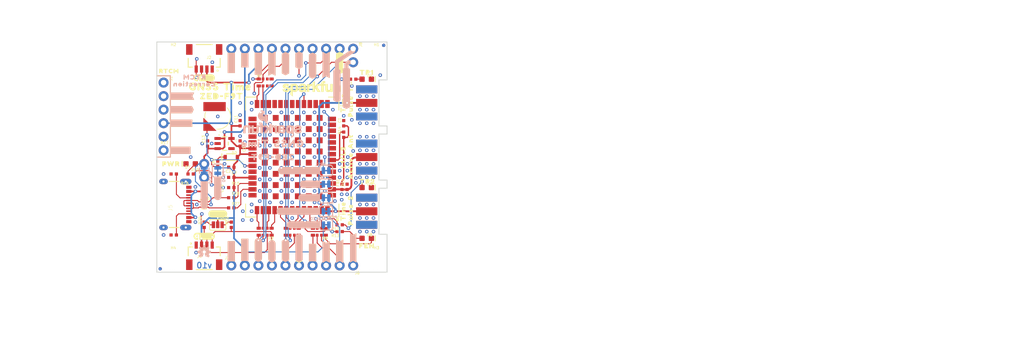
<source format=kicad_pcb>
(kicad_pcb (version 20211014) (generator pcbnew)
  (layers (0 "F.Cu" signal) (1 "In1.Cu" signal) (2 "In2.Cu" signal) (31 "B.Cu" signal) (34 "B.Paste" user) (35 "F.Paste" user) (36 "B.SilkS" user "B.Silkscreen") (37 "F.SilkS" user "F.Silkscreen") (38 "B.Mask" user) (39 "F.Mask" user) (44 "Edge.Cuts" user))
  (net 0 "")
  (net 1 "3.3V")
  (net 2 "GND")
  (net 3 "TX1_LV")
  (net 4 "RX1_LV")
  (net 5 "SDA_LV")
  (net 6 "SCL_LV")
  (net 7 "~{SAFE}")
  (net 8 "GPS_ANT1")
  (net 9 "N$11")
  (net 10 "N$12")
  (net 11 "N$13")
  (net 12 "ANT_VCC")
  (net 13 "D+")
  (net 14 "D-")
  (net 15 "TXO2")
  (net 16 "RXI2")
  (net 17 "CC1")
  (net 18 "CC2")
  (net 19 "UNP_D+")
  (net 20 "UNP_D-")
  (net 21 "TX2_LV")
  (net 22 "RX2_LV")
  (net 23 "~{RESET}_LV")
  (net 24 "TX_READY_LV")
  (net 25 "TX_READY")
  (net 26 "N$4")
  (net 27 "DSEL_LV")
  (net 28 "D_SEL")
  (net 29 "EXTINT")
  (net 30 "~{RESET}")
  (net 31 "EXTINT_LV")
  (net 32 "~{SAFE}_LV")
  (net 33 "FENCE_LV")
  (net 34 "SCL/SCK")
  (net 35 "SDA/~{CS}")
  (net 36 "PPS1_STAT")
  (net 37 "RXI/COPI")
  (net 38 "TXO/CIPO")
  (net 39 "5V")
  (net 40 "FENCE_STAT")
  (net 41 "N$2")
  (net 42 "N$3")
  (net 43 "N$14")
  (net 44 "N$16")
  (net 45 "N$17")
  (net 46 "N$18")
  (net 47 "N$19")
  (net 48 "N$20")
  (net 49 "V_BACKUP")
  (net 50 "N$6")
  (net 51 "N$21")
  (net 52 "N$22")
  (net 53 "TP1_LV")
  (net 54 "PPS2_STAT")
  (net 55 "N$5")
  (net 56 "TP2_LV")
  (net 57 "N$7")
  (footprint "boardEagle:STAND-OFF" (layer "F.Cu") (at 167.5511 85.9536)
    (fp_text reference "H1")
    (fp_text value "STAND-OFF")
  )
  (footprint "boardEagle:FEN0" (layer "F.Cu") (at 166.2811 121.6406)
    (fp_text reference "U$78" hide)
    (fp_text value "" hide)
  )
  (footprint "boardEagle:PULSE1" (layer "F.Cu") (at 163.2331 95.4786 90)
    (fp_text reference "U$25" hide)
    (fp_text value "" hide)
  )
  (footprint "boardEagle:0402-TIGHT" (layer "F.Cu") (at 163.7411 90.3986 180)
    (fp_text reference "R11")
    (fp_text value "1k")
  )
  (footprint "boardEagle:#SCL#3" (layer "F.Cu") (at 148.5011 122.6566 90)
    (fp_text reference "U$53" hide)
    (fp_text value "" hide)
  )
  (footprint "boardEagle:QWIIC_4MM" (layer "F.Cu") (at 135.8011 119.8626)
    (fp_text reference "LOGO4" hide)
    (fp_text value "QWIIC_LOGO_4MM" hide)
  )
  (footprint "boardEagle:1206_RA" (layer "F.Cu") (at 152.3111 118.9736 180)
    (fp_text reference "R3")
    (fp_text value "33")
  )
  (footprint "boardEagle:ACTIVE1" (layer "F.Cu") (at 163.2331 106.6546 90)
    (fp_text reference "U$13" hide)
    (fp_text value "" hide)
  )
  (footprint "boardEagle:#GND#2" (layer "F.Cu") (at 131.3561 103.7336)
    (fp_text reference "U$62" hide)
    (fp_text value "" hide)
  )
  (footprint "boardEagle:LED-0603" (layer "F.Cu") (at 166.2811 90.3986)
    (fp_text reference "D4")
    (fp_text value "YEL")
  )
  (footprint "boardEagle:0402-TIGHT" (layer "F.Cu") (at 130.0861 108.1786)
    (fp_text reference "R17")
    (fp_text value "5.1k")
  )
  (footprint "boardEagle:LED-0603" (layer "F.Cu") (at 166.2811 110.7186)
    (fp_text reference "D5")
    (fp_text value "GRN")
  )
  (footprint "boardEagle:SOD-323" (layer "F.Cu") (at 140.8811 105.0036)
    (fp_text reference "D2")
    (fp_text value "0.5A/40V/420mV")
  )
  (footprint "boardEagle:1X06_NO_SILK" (layer "F.Cu") (at 163.7411 125.3236 180)
    (fp_text reference "J6")
    (fp_text value "")
  )
  (footprint "boardEagle:#3#3V#0" (layer "F.Cu") (at 143.4211 122.4026 90)
    (fp_text reference "U$36" hide)
    (fp_text value "" hide)
  )
  (footprint "boardEagle:#5V#1" (layer "F.Cu") (at 143.4211 86.8426 90)
    (fp_text reference "U$3" hide)
    (fp_text value "" hide)
  )
  (footprint "boardEagle:JST04_1MM_RA" (layer "F.Cu") (at 135.8011 88.4936 180)
    (fp_text reference "J2")
    (fp_text value "Qwiic Right Angle")
  )
  (footprint "boardEagle:TP10" (layer "F.Cu") (at 166.2811 89.1286)
    (fp_text reference "U$63" hide)
    (fp_text value "" hide)
  )
  (footprint "boardEagle:FIDUCIAL-MICRO" (layer "F.Cu") (at 127.5461 125.9586)
    (fp_text reference "JP61" hide)
    (fp_text value "FIDUCIALUFIDUCIAL" hide)
  )
  (footprint "boardEagle:SOT23-5" (layer "F.Cu") (at 139.6111 102.4636 -90)
    (fp_text reference "U5")
    (fp_text value "AP2112K-3.3V")
  )
  (footprint "boardEagle:PWR0" (layer "F.Cu") (at 129.5781 106.2736)
    (fp_text reference "U$56" hide)
    (fp_text value "" hide)
  )
  (footprint "boardEagle:SMT-JUMPER_3_NO_SILK" (layer "F.Cu") (at 138.3411 117.7036)
    (fp_text reference "JP5")
    (fp_text value "JUMPER-SMT_3_NO_SILK")
  )
  (footprint "boardEagle:0402-TIGHT" (layer "F.Cu") (at 140.8811 117.7036 90)
    (fp_text reference "R19")
    (fp_text value "2.2k")
  )
  (footprint "boardEagle:0402-TIGHT" (layer "F.Cu") (at 135.8011 117.7036 90)
    (fp_text reference "R20")
    (fp_text value "2.2k")
  )
  (footprint "boardEagle:USB-C-16P_4LAYER-PADS" (layer "F.Cu") (at 133.2611 113.8936 -90)
    (fp_text reference "J5")
    (fp_text value "USB Female Type C Connector" hide)
  )
  (footprint "boardEagle:##CS##4" (layer "F.Cu") (at 153.5811 86.8426 90)
    (fp_text reference "U$5" hide)
    (fp_text value "" hide)
  )
  (footprint "boardEagle:1206_RA" (layer "F.Cu") (at 147.2311 91.0336)
    (fp_text reference "R4")
    (fp_text value "33")
  )
  (footprint "boardEagle:20" (layer "F.Cu") (at 163.2331 112.6236 90)
    (fp_text reference "U$26" hide)
    (fp_text value "" hide)
  )
  (footprint "boardEagle:0402-TIGHT" (layer "F.Cu") (at 130.0861 119.6086)
    (fp_text reference "R16")
    (fp_text value "5.1k")
  )
  (footprint "boardEagle:0402-TIGHT" (layer "F.Cu") (at 140.8811 114.5286)
    (fp_text reference "R27")
    (fp_text value "27OHM" hide)
  )
  (footprint "boardEagle:#I�C#0" (layer "F.Cu") (at 138.3411 115.6716)
    (fp_text reference "U$69" hide)
    (fp_text value "" hide)
  )
  (footprint "boardEagle:FIDUCIAL-MICRO" (layer "F.Cu") (at 169.4561 84.0486)
    (fp_text reference "JP21" hide)
    (fp_text value "FIDUCIALUFIDUCIAL" hide)
  )
  (footprint "boardEagle:#INT#2" (layer "F.Cu") (at 156.1211 122.9106 90)
    (fp_text reference "U$42" hide)
    (fp_text value "" hide)
  )
  (footprint "boardEagle:TIME0" (layer "F.Cu") (at 161.8361 94.8436 90)
    (fp_text reference "U$21" hide)
    (fp_text value "" hide)
  )
  (footprint "boardEagle:#SDA#2" (layer "F.Cu") (at 145.9611 122.4026 90)
    (fp_text reference "U$18" hide)
    (fp_text value "" hide)
  )
  (footprint "boardEagle:0402-TIGHT" (layer "F.Cu") (at 161.9631 98.6536 90)
    (fp_text reference "C1")
    (fp_text value "47pF")
  )
  (footprint "boardEagle:#3#3V#0" (layer "F.Cu") (at 145.9611 87.4776 90)
    (fp_text reference "U$1" hide)
    (fp_text value "" hide)
  )
  (footprint "boardEagle:GNSS0" (layer "F.Cu") (at 135.8011 91.7956)
    (fp_text reference "U$70" hide)
    (fp_text value "" hide)
  )
  (footprint "boardEagle:0402-TIGHT" (layer "F.Cu") (at 161.9631 100.8126 90)
    (fp_text reference "R14")
    (fp_text value "10Ω")
  )
  (footprint "boardEagle:#COPI#5" (layer "F.Cu") (at 156.1211 87.8586 90)
    (fp_text reference "U$11" hide)
    (fp_text value "" hide)
  )
  (footprint "boardEagle:0402-TIGHT" (layer "F.Cu") (at 161.2011 117.7036 180)
    (fp_text reference "R12")
    (fp_text value "1k")
  )
  (footprint "boardEagle:#TX2#0" (layer "F.Cu") (at 148.5011 87.4776 90)
    (fp_text reference "U$23" hide)
    (fp_text value "" hide)
  )
  (footprint "boardEagle:ML414H_IV01E" (layer "F.Cu") (at 138.3411 97.3836 180)
    (fp_text reference "B1")
    (fp_text value "6.8MM_COIN_CELL")
  )
  (footprint "boardEagle:0402-TIGHT" (layer "F.Cu") (at 138.3411 106.2736 90)
    (fp_text reference "R1")
    (fp_text value "3.3K" hide)
  )
  (footprint "boardEagle:#3#3V#0" (layer "F.Cu") (at 131.4831 98.6536)
    (fp_text reference "U$60" hide)
    (fp_text value "" hide)
  )
  (footprint "boardEagle:0402-TIGHT" (layer "F.Cu") (at 161.2011 118.9736 180)
    (fp_text reference "R13")
    (fp_text value "1k")
  )
  (footprint "boardEagle:0402-TIGHT" (layer "F.Cu") (at 140.8811 110.7186)
    (fp_text reference "R15")
    (fp_text value "100k")
  )
  (footprint "boardEagle:LED-0603" (layer "F.Cu") (at 166.2811 120.2436)
    (fp_text reference "D8")
    (fp_text value "BLU")
  )
  (footprint "boardEagle:0402-TIGHT" (layer "F.Cu") (at 140.8811 112.6236)
    (fp_text reference "R28")
    (fp_text value "27OHM" hide)
  )
  (footprint "boardEagle:SMA-EDGE" (layer "F.Cu") (at 166.2811 94.8436 -90)
    (fp_text reference "E2" hide)
    (fp_text value "SMA" hide)
  )
  (footprint "boardEagle:SMA-EDGE" (layer "F.Cu") (at 166.2811 115.1636 -90)
    (fp_text reference "E3" hide)
    (fp_text value "SMA" hide)
  )
  (footprint "boardEagle:SOT886" (layer "F.Cu") (at 135.8011 113.8936)
    (fp_text reference "D6")
    (fp_text value "PRTR5V0U2F")
  )
  (footprint "boardEagle:CREATIVE_COMMONS" (layer "F.Cu") (at 117.8211 139.2936)
    (fp_text reference "FRAME2" hide)
    (fp_text value "FRAME-LEDGER" hide)
  )
  (footprint "boardEagle:1X02_NO_SILK" (layer "F.Cu") (at 163.7411 84.6836 -90)
    (fp_text reference "J8")
    (fp_text value "")
  )
  (footprint "boardEagle:1X09_NO_SILK" (layer "F.Cu") (at 161.2011 84.6836 180)
    (fp_text reference "J7")
    (fp_text value "")
  )
  (footprint "boardEagle:0402-TIGHT" (layer "F.Cu") (at 138.3411 110.0836 -90)
    (fp_text reference "C10")
    (fp_text value "1.0uF")
  )
  (footprint "boardEagle:#GND#2" (layer "F.Cu") (at 140.8811 122.6566 90)
    (fp_text reference "U$39" hide)
    (fp_text value "" hide)
  )
  (footprint "boardEagle:QWIIC_4MM" (layer "F.Cu") (at 135.8011 90.1446)
    (fp_text reference "LOGO3" hide)
    (fp_text value "QWIIC_LOGO_4MM" hide)
  )
  (footprint "boardEagle:12" (layer "F.Cu") (at 163.2331 92.4306 90)
    (fp_text reference "U$20" hide)
    (fp_text value "" hide)
  )
  (footprint "boardEagle:SFE_LOGO_NAME_.1" (layer "F.Cu") (at 155.9941 92.1766)
    (fp_text reference "LOGO5" hide)
    (fp_text value "SFE_LOGO_NAME.1_INCH" hide)
  )
  (footprint "boardEagle:ZED-F9X" (layer "F.Cu") (at 152.3111 105.0036 90)
    (fp_text reference "U3")
    (fp_text value "U-BLOX_ZED_F9T")
  )
  (footprint "boardEagle:#GND#2" (layer "F.Cu") (at 140.8811 87.3506 90)
    (fp_text reference "U$4" hide)
    (fp_text value "" hide)
  )
  (footprint "boardEagle:TP21" (layer "F.Cu") (at 166.4081 109.5756)
    (fp_text reference "U$64" hide)
    (fp_text value "" hide)
  )
  (footprint "boardEagle:ZED#F9T0" (layer "F.Cu") (at 139.1031 93.5736)
    (fp_text reference "U$34" hide)
    (fp_text value "" hide)
  )
  (footprint "boardEagle:##SAFE##0" (layer "F.Cu") (at 153.5811 122.5296 90)
    (fp_text reference "U$72" hide)
    (fp_text value "" hide)
  )
  (footprint "boardEagle:RTCM0" (layer "F.Cu") (at 129.1971 88.8746)
    (fp_text reference "U$73" hide)
    (fp_text value "" hide)
  )
  (footprint "boardEagle:STAND-OFF" (layer "F.Cu") (at 167.5511 124.0536)
    (fp_text reference "H3")
    (fp_text value "STAND-OFF")
  )
  (footprint "boardEagle:#SCK#5" (layer "F.Cu") (at 161.2011 87.3506 90)
    (fp_text reference "U$30" hide)
    (fp_text value "" hide)
  )
  (footprint "boardEagle:#_RX2#0" (layer "F.Cu") (at 131.4831 96.1136)
    (fp_text reference "U$55" hide)
    (fp_text value "" hide)
  )
  (footprint "boardEagle:#CIPO#6" (layer "F.Cu") (at 158.6611 87.7316 90)
    (fp_text reference "U$9" hide)
    (fp_text value "" hide)
  )
  (footprint "boardEagle:1206_RA" (layer "F.Cu") (at 157.3911 118.9736 180)
    (fp_text reference "R9")
    (fp_text value "33")
  )
  (footprint "boardEagle:0402-TIGHT" (layer "F.Cu") (at 161.6361 110.5916 90)
    (fp_text reference "FB1")
    (fp_text value "2.66Ω" hide)
  )
  (footprint "boardEagle:1X06_NO_SILK" (layer "F.Cu") (at 128.1811 91.0336 -90)
    (fp_text reference "J1")
    (fp_text value "Radio")
  )
  (footprint "boardEagle:STAND-OFF" (layer "F.Cu") (at 129.4511 85.9536)
    (fp_text reference "H2")
    (fp_text value "STAND-OFF")
  )
  (footprint "boardEagle:0402-TIGHT" (layer "F.Cu") (at 136.4361 102.4636 90)
    (fp_text reference "C13")
    (fp_text value "1.0uF")
  )
  (footprint "boardEagle:#FENCE#0" (layer "F.Cu") (at 163.7411 122.0216 90)
    (fp_text reference "U$65" hide)
    (fp_text value "" hide)
  )
  (footprint "boardEagle:0402-TIGHT" (layer "F.Cu") (at 140.8811 108.8136)
    (fp_text reference "C7")
    (fp_text value "0.1uF")
  )
  (footprint "boardEagle:1X04_NO_SILK" (layer "F.Cu") (at 140.8811 125.3236)
    (fp_text reference "J3")
    (fp_text value "PTH")
  )
  (footprint "boardEagle:JST04_1MM_RA" (layer "F.Cu") (at 135.8011 121.5136)
    (fp_text reference "J4")
    (fp_text value "Qwiic Right Angle")
  )
  (footprint "boardEagle:TIME1" (layer "F.Cu") (at 142.0241 91.7956)
    (fp_text reference "U$71" hide)
    (fp_text value "" hide)
  )
  (footprint "boardEagle:0402-TIGHT" (layer "F.Cu") (at 142.5321 98.6536 90)
    (fp_text reference "C11")
    (fp_text value "1.0uF")
  )
  (footprint "boardEagle:0402-TIGHT" (layer "F.Cu") (at 140.8811 106.9086 180)
    (fp_text reference "C2")
    (fp_text value "1.0uF")
  )
  (footprint "boardEagle:0402-TIGHT" (layer "F.Cu") (at 133.2611 108.1786)
    (fp_text reference "R10")
    (fp_text value "1k")
  )
  (footprint "boardEagle:0402-TIGHT" (layer "F.Cu") (at 162.5981 110.5916 90)
    (fp_text reference "D10")
    (fp_text value "PESD0402-0402T")
  )
  (footprint "boardEagle:PULSE1" (layer "F.Cu") (at 163.2331 115.7986 90)
    (fp_text reference "U$19" hide)
    (fp_text value "" hide)
  )
  (footprint "boardEagle:##RST##0" (layer "F.Cu") (at 151.0411 122.5296 90)
    (fp_text reference "U$15" hide)
    (fp_text value "" hide)
  )
  (footprint "boardEagle:LED-0603" (layer "F.Cu") (at 133.2611 106.2736 180)
    (fp_text reference "D7")
    (fp_text value "RED")
  )
  (footprint "boardEagle:0402-TIGHT" (layer "F.Cu") (at 142.5321 102.4636 -90)
    (fp_text reference "C12")
    (fp_text value "0.1uF")
  )
  (footprint "boardEagle:STAND-OFF" (layer "F.Cu") (at 129.4511 124.0536)
    (fp_text reference "H4")
    (fp_text value "STAND-OFF")
  )
  (footprint "boardEagle:L1#L20" (layer "F.Cu") (at 161.8361 105.0036 90)
    (fp_text reference "U$6" hide)
    (fp_text value "" hide)
  )
  (footprint "boardEagle:SMA-EDGE" (layer "F.Cu") (at 166.2811 105.0036 -90)
    (fp_text reference "E1" hide)
    (fp_text value "SMA" hide)
  )
  (footprint "boardEagle:1206_RA" (layer "F.Cu") (at 147.2311 118.9736 180)
    (fp_text reference "R2")
    (fp_text value "33")
  )
  (footprint "boardEagle:#RX2#1" (layer "F.Cu") (at 151.0411 87.4776 90)
    (fp_text reference "U$14" hide)
    (fp_text value "" hide)
  )
  (footprint "boardEagle:ORDERING_INSTRUCTIONS" (layer "F.Cu") (at 187.8711 75.7936)
    (fp_text reference "U$2" hide)
    (fp_text value "SPECIAL_INSTRUCTIONS-ORDERING" hide)
  )
  (footprint "boardEagle:#TP1#3" (layer "F.Cu") (at 158.6611 122.7836 90)
    (fp_text reference "U$46" hide)
    (fp_text value "" hide)
  )
  (footprint "boardEagle:#TP2#4" (layer "F.Cu") (at 161.2011 122.6566 90)
    (fp_text reference "U$48" hide)
    (fp_text value "" hide)
  )
  (footprint "boardEagle:ANT1" (layer "F.Cu") (at 163.2331 102.0826 90)
    (fp_text reference "U$31" hide)
    (fp_text value "" hide)
  )
  (footprint "boardEagle:#_TX2#0" (layer "F.Cu") (at 131.4831 93.5736)
    (fp_text reference "U$32" hide)
    (fp_text value "" hide)
  )
  (footprint "boardEagle:TIME0" (layer "F.Cu") (at 161.8361 115.1636 90)
    (fp_text reference "U$7" hide)
    (fp_text value "" hide)
  )
  (footprint "boardEagle:#TX2_#0" (layer "B.Cu") (at 131.4831 93.5736 180)
    (fp_text reference "U$66" hide)
    (fp_text value "" hide)
  )
  (footprint "boardEagle:#TX2#0" (layer "B.Cu") (at 148.5011 87.4776 90)
    (fp_text reference "U$24" hide)
    (fp_text value "" hide)
  )
  (footprint "boardEagle:COMBO-JUMPER_2_NC_TRACE" (layer "B.Cu") (at 135.8011 107.5436 90)
    (fp_text reference "MEAS0")
    (fp_text value "JUMPER-COMBO_2_NC_TRACE")
  )
  (footprint "boardEagle:#SCL#3" (layer "B.Cu") (at 148.5011 122.6566 90)
    (fp_text reference "U$17" hide)
    (fp_text value "" hide)
  )
  (footprint "boardEagle:#GND#2" (layer "B.Cu") (at 131.3561 103.7336 180)
    (fp_text reference "U$61" hide)
    (fp_text value "" hide)
  )
  (footprint "boardEagle:RTCM_0" (layer "B.Cu") (at 133.7691 90.0176 180)
    (fp_text reference "U$76" hide)
    (fp_text value "" hide)
  )
  (footprint "boardEagle:SFE_LOGO_NAME_FLAME_.1" (layer "B.Cu") (at 148.5011 99.9236 180)
    (fp_text reference "LOGO2" hide)
    (fp_text value "SFE_LOGO_NAME_FLAME.1_INCH" hide)
  )
  (footprint "boardEagle:SMT-JUMPER_2_NC_TRACE_SILK" (layer "B.Cu") (at 138.3411 107.5436 90)
    (fp_text reference "PWR0")
    (fp_text value "JUMPER-SMT_2_NC_TRACE_SILK")
  )
  (footprint "boardEagle:CORRECTION1" (layer "B.Cu") (at 133.8961 91.2876 180)
    (fp_text reference "U$75" hide)
    (fp_text value "" hide)
  )
  (footprint "boardEagle:#3#3V#0" (layer "B.Cu") (at 143.4211 122.4026 90)
    (fp_text reference "U$35" hide)
    (fp_text value "" hide)
  )
  (footprint "boardEagle:SMT-JUMPER_2_NC_TRACE_SILK" (layer "B.Cu") (at 158.6611 112.6236)
    (fp_text reference "TP2")
    (fp_text value "JUMPER-SMT_2_NC_TRACE_SILK")
  )
  (footprint "boardEagle:#3#3V#0" (layer "B.Cu") (at 145.9611 87.4776 90)
    (fp_text reference "U$29" hide)
    (fp_text value "" hide)
  )
  (footprint "boardEagle:#TP1#0" (layer "B.Cu") (at 155.7401 110.0836 180)
    (fp_text reference "U$52" hide)
    (fp_text value "" hide)
  )
  (footprint "boardEagle:SMT-JUMPER_2_NC_TRACE_SILK" (layer "B.Cu") (at 158.6611 117.7036 180)
    (fp_text reference "FENCE0")
    (fp_text value "JUMPER-SMT_2_NC_TRACE_SILK")
  )
  (footprint "boardEagle:TIME1" (layer "B.Cu") (at 145.1991 102.4636 180)
    (fp_text reference "U$74" hide)
    (fp_text value "" hide)
  )
  (footprint "boardEagle:#RX2#1" (layer "B.Cu") (at 151.0411 87.4776 90)
    (fp_text reference "U$16" hide)
    (fp_text value "" hide)
  )
  (footprint "boardEagle:#FENCE#0" (layer "B.Cu") (at 163.7411 122.0216 90)
    (fp_text reference "U$44" hide)
    (fp_text value "" hide)
  )
  (footprint "boardEagle:##RST##0" (layer "B.Cu") (at 151.0411 122.5296 90)
    (fp_text reference "U$37" hide)
    (fp_text value "" hide)
  )
  (footprint "boardEagle:#PWR#0" (layer "B.Cu") (at 138.3411 110.7186 90)
    (fp_text reference "U$57" hide)
    (fp_text value "" hide)
  )
  (footprint "boardEagle:#5V#1" (layer "B.Cu") (at 143.4211 86.8426 90)
    (fp_text reference "U$28" hide)
    (fp_text value "" hide)
  )
  (footprint "boardEagle:#TP1#3" (layer "B.Cu") (at 158.6611 122.7836 90)
    (fp_text reference "U$47" hide)
    (fp_text value "" hide)
  )
  (footprint "boardEagle:#RX2_#0" (layer "B.Cu") (at 131.4831 96.1136 180)
    (fp_text reference "U$58" hide)
    (fp_text value "" hide)
  )
  (footprint "boardEagle:#TP2_LED#0" (layer "B.Cu") (at 153.5811 115.1636 180)
    (fp_text reference "U$45" hide)
    (fp_text value "" hide)
  )
  (footprint "boardEagle:ZED#F9T0" (layer "B.Cu") (at 148.5011 105.0036 180)
    (fp_text reference "U$77" hide)
    (fp_text value "" hide)
  )
  (footprint "boardEagle:#TX_RDY#0" (layer "B.Cu") (at 162.4711 92.0496 90)
    (fp_text reference "U$67" hide)
    (fp_text value "" hide)
  )
  (footprint "boardEagle:##SAFE##1" (layer "B.Cu") (at 153.5811 122.0216 90)
    (fp_text reference "U$41" hide)
    (fp_text value "" hide)
  )
  (footprint "boardEagle:#SDA#2" (layer "B.Cu") (at 145.9611 122.4026 90)
    (fp_text reference "U$22" hide)
    (fp_text value "" hide)
  )
  (footprint "boardEagle:#3#3V#0" (layer "B.Cu") (at 131.4831 98.6536 180)
    (fp_text reference "U$59" hide)
    (fp_text value "" hide)
  )
  (footprint "boardEagle:SMT-JUMPER_2_NC_TRACE_SILK" (layer "B.Cu") (at 158.6611 107.5436 180)
    (fp_text reference "PPS1")
    (fp_text value "JUMPER-SMT_2_NC_TRACE_SILK")
  )
  (footprint "boardEagle:#INT#2" (layer "B.Cu") (at 156.1211 122.9106 90)
    (fp_text reference "U$43" hide)
    (fp_text value "" hide)
  )
  (footprint "boardEagle:#MEAS#0" (layer "B.Cu") (at 135.8011 111.9886 90)
    (fp_text reference "U$68" hide)
    (fp_text value "" hide)
  )
  (footprint "boardEagle:SMT-JUMPER_2_NC_TRACE_SILK" (layer "B.Cu") (at 158.6611 115.1636)
    (fp_text reference "PPS2")
    (fp_text value "JUMPER-SMT_2_NC_TRACE_SILK")
  )
  (footprint "boardEagle:#COPI#5" (layer "B.Cu") (at 156.1211 87.8586 90)
    (fp_text reference "U$12" hide)
    (fp_text value "" hide)
  )
  (footprint "boardEagle:#GND#2" (layer "B.Cu") (at 140.8811 122.6566 90)
    (fp_text reference "U$38" hide)
    (fp_text value "" hide)
  )
  (footprint "boardEagle:GNSS0" (layer "B.Cu") (at 151.5491 102.4636 180)
    (fp_text reference "U$40" hide)
    (fp_text value "" hide)
  )
  (footprint "boardEagle:#TP2#4" (layer "B.Cu") (at 161.2011 122.6566 90)
    (fp_text reference "U$49" hide)
    (fp_text value "" hide)
  )
  (footprint "boardEagle:SMT-JUMPER_2_NC_TRACE_SILK" (layer "B.Cu") (at 158.6611 110.0836 180)
    (fp_text reference "TP1")
    (fp_text value "JUMPER-SMT_2_NC_TRACE_SILK")
  )
  (footprint "boardEagle:#TP2#0" (layer "B.Cu") (at 155.6131 112.6236 180)
    (fp_text reference "U$50" hide)
    (fp_text value "" hide)
  )
  (footprint "boardEagle:#GND#2" (layer "B.Cu") (at 140.8811 87.3506 90)
    (fp_text reference "U$27" hide)
    (fp_text value "" hide)
  )
  (footprint "boardEagle:FIDUCIAL-MICRO" (layer "B.Cu") (at 127.5461 125.9586 180)
    (fp_text reference "JP81" hide)
    (fp_text value "FIDUCIALUFIDUCIAL" hide)
  )
  (footprint "boardEagle:FIDUCIAL-MICRO" (layer "B.Cu") (at 169.4561 84.0486 180)
    (fp_text reference "JP71" hide)
    (fp_text value "FIDUCIALUFIDUCIAL" hide)
  )
  (footprint "boardEagle:#CIPO#6" (layer "B.Cu") (at 158.6611 87.7316 90)
    (fp_text reference "U$10" hide)
    (fp_text value "" hide)
  )
  (footprint "boardEagle:##CS##4" (layer "B.Cu") (at 153.5811 86.8426 90)
    (fp_text reference "U$8" hide)
    (fp_text value "" hide)
  )
  (footprint "boardEagle:#_FENCE#0" (layer "B.Cu") (at 154.5971 117.7036 180)
    (fp_text reference "U$51" hide)
    (fp_text value "" hide)
  )
  (footprint "boardEagle:#TP1_LED#0" (layer "B.Cu") (at 153.7081 107.5436 180)
    (fp_text reference "U$54" hide)
    (fp_text value "" hide)
  )
  (footprint "boardEagle:OSHW-LOGO-MINI" (layer "B.Cu") (at 135.8011 122.7836 180)
    (fp_text reference "LOGO1" hide)
    (fp_text value "OSHW-LOGOMINI" hide)
  )
  (footprint "boardEagle:#D_SEL#1" (layer "B.Cu") (at 160.6931 91.5416 90)
    (fp_text reference "U$33" hide)
    (fp_text value "" hide)
  )
  (gr_line (start 162.8521 87.2236) (end 163.7411 87.2236) (layer "B.SilkS") (width 0.762))
  (gr_line (start 163.7411 85.0646) (end 163.7411 84.6836) (layer "B.SilkS") (width 0.762))
  (gr_line (start 129.4511 105.0036) (end 126.9111 105.0036) (layer "B.SilkS") (width 0.2032))
  (gr_line (start 126.9111 89.7636) (end 129.4511 89.7636) (layer "B.SilkS") (width 0.2032))
  (gr_line (start 162.4711 87.6046) (end 162.8521 87.2236) (layer "B.SilkS") (width 0.762))
  (gr_line (start 129.4511 89.7636) (end 129.4511 105.0036) (layer "B.SilkS") (width 0.2032))
  (gr_line (start 160.6931 87.0966) (end 163.7411 85.0646) (layer "B.SilkS") (width 0.762))
  (gr_line (start 160.6931 88.4936) (end 160.6931 87.0966) (layer "B.SilkS") (width 0.762))
  (gr_line (start 162.4711 88.4936) (end 162.4711 87.6046) (layer "B.SilkS") (width 0.762))
  (gr_line (start 129.4511 105.0036) (end 129.4511 89.7636) (layer "F.SilkS") (width 0.2032))
  (gr_line (start 129.4511 89.7636) (end 126.9111 89.7636) (layer "F.SilkS") (width 0.2032))
  (gr_line (start 126.9111 105.0036) (end 129.4511 105.0036) (layer "F.SilkS") (width 0.2032))
  (gr_line (start 126.9111 83.4136) (end 170.0911 83.4136) (layer "Edge.Cuts") (width 0.1524))
  (gr_line (start 170.0911 110.8456) (end 170.0911 109.3216) (layer "Edge.Cuts") (width 0.1524))
  (gr_line (start 170.0911 90.5256) (end 168.5671 90.5256) (layer "Edge.Cuts") (width 0.1524))
  (gr_line (start 168.5671 119.4816) (end 170.0911 119.4816) (layer "Edge.Cuts") (width 0.1524))
  (gr_line (start 170.0911 119.4816) (end 170.0911 126.5936) (layer "Edge.Cuts") (width 0.1524))
  (gr_line (start 168.5671 109.3216) (end 170.0911 109.3216) (layer "Edge.Cuts") (width 0.1524))
  (gr_line (start 170.0911 126.5936) (end 126.9111 126.5936) (layer "Edge.Cuts") (width 0.1524))
  (gr_line (start 168.5671 90.5256) (end 168.5671 99.1616) (layer "Edge.Cuts") (width 0.1524))
  (gr_line (start 170.0911 110.8456) (end 168.5671 110.8456) (layer "Edge.Cuts") (width 0.1524))
  (gr_line (start 170.0911 90.5256) (end 170.0911 83.4136) (layer "Edge.Cuts") (width 0.1524))
  (gr_line (start 170.0911 100.6856) (end 168.5671 100.6856) (layer "Edge.Cuts") (width 0.1524))
  (gr_line (start 168.5671 110.8456) (end 168.5671 119.4816) (layer "Edge.Cuts") (width 0.1524))
  (gr_line (start 170.0911 100.6856) (end 170.0911 99.1616) (layer "Edge.Cuts") (width 0.1524))
  (gr_line (start 168.5671 100.6856) (end 168.5671 109.3216) (layer "Edge.Cuts") (width 0.1524))
  (gr_line (start 168.5671 99.1616) (end 170.0911 99.1616) (layer "Edge.Cuts") (width 0.1524))
  (gr_line (start 126.9111 126.5936) (end 126.9111 83.4136) (layer "Edge.Cuts") (width 0.1524))
  (gr_text "v10" (at 135.8011 125.3236) (layer "B.Cu") (effects (font (size 1.0795 1.0795) (thickness 0.1905)) (justify mirror)))
  (segment (start 142.5321 99.1536) (end 142.5241 99.1616) (width 0.3048) (layer "F.Cu") (net 1))
  (segment (start 142.5321 104.4046) (end 142.5811 104.4536) (width 0.3048) (layer "F.Cu") (net 1))
  (segment (start 144.8611 103.3536) (end 142.5331 103.3536) (width 0.3048) (layer "F.Cu") (net 1))
  (segment (start 141.3811 108.8136) (end 141.3811 110.7186) (width 0.3048) (layer "F.Cu") (net 1))
  (segment (start 142.0311 105.7586) (end 142.0311 105.0036) (width 0.3048) (layer "F.Cu") (net 1))
  (segment (start 142.5321 103.3526) (end 142.5321 104.4046) (width 0.3048) (layer "F.Cu") (net 1))
  (segment (start 142.5321 102.9636) (end 142.5321 103.3526) (width 0.3048) (layer "F.Cu") (net 1))
  (segment (start 136.3011 90.7716) (end 136.3011 88.4936) (width 0.3048) (layer "F.Cu") (net 1))
  (segment (start 144.8611 108.8536) (end 141.4211 108.8536) (width 0.3048) (layer "F.Cu") (net 1))
  (segment (start 141.3811 106.9086) (end 141.3811 107.7976) (width 0.3048) (layer "F.Cu") (net 1))
  (segment (start 140.9112 101.9857) (end 140.9112 101.5136) (width 0.3048) (layer "F.Cu") (net 1))
  (segment (start 142.5321 102.9636) (end 141.8891 102.9636) (width 0.3048) (layer "F.Cu") (net 1))
  (segment (start 141.3891 111.7346) (end 141.3811 111.7266) (width 0.3048) (layer "F.Cu") (net 1))
  (segment (start 136.5631 91.0336) (end 136.3011 90.7716) (width 0.3048) (layer "F.Cu") (net 1))
  (segment (start 138.3411 117.7036) (end 138.3411 116.4336) (width 0.3048) (layer "F.Cu") (net 1))
  (segment (start 142.5811 104.4536) (end 142.0311 105.0036) (width 0.3048) (layer "F.Cu") (net 1))
  (segment (start 141.4211 108.8536) (end 141.3811 108.8136) (width 0.3048) (layer "F.Cu") (net 1))
  (segment (start 142.5331 103.3536) (end 142.5321 103.3526) (width 0.3048) (layer "F.Cu") (net 1))
  (segment (start 141.8891 102.9636) (end 140.9112 101.9857) (width 0.3048) (layer "F.Cu") (net 1))
  (segment (start 140.9112 99.1616) (end 140.9112 98.6837) (width 0.3048) (layer "F.Cu") (net 1))
  (segment (start 140.8811 91.0336) (end 144.1831 91.0336) (width 0.3048) (layer "F.Cu") (net 1))
  (segment (start 140.9112 98.6837) (end 140.8811 98.6536) (width 0.3048) (layer "F.Cu") (net 1))
  (segment (start 141.3811 107.7976) (end 141.3811 108.8136) (width 0.3048) (layer "F.Cu") (net 1))
  (segment (start 141.3811 111.7266) (end 141.3811 110.7186) (width 0.3048) (layer "F.Cu") (net 1))
  (segment (start 141.3811 106.4086) (end 142.0311 105.7586) (width 0.3048) (layer "F.Cu") (net 1))
  (segment (start 142.5241 99.1616) (end 140.9112 99.1616) (width 0.3048) (layer "F.Cu") (net 1))
  (segment (start 140.8811 91.0336) (end 136.5631 91.0336) (width 0.3048) (layer "F.Cu") (net 1))
  (segment (start 141.3811 106.9086) (end 141.3811 106.4086) (width 0.3048) (layer "F.Cu") (net 1))
  (segment (start 140.9112 101.5136) (end 140.9112 99.1616) (width 0.3048) (layer "F.Cu") (net 1))
  (segment (start 135.3011 121.5136) (end 135.3011 120.2516) (width 0.3048) (layer "F.Cu") (net 1))
  (segment (start 135.3011 120.2516) (end 135.2931 120.2436) (width 0.3048) (layer "F.Cu") (net 1))
  (segment (start 144.8611 104.4536) (end 142.5811 104.4536) (width 0.3048) (layer "F.Cu") (net 1))
  (via (at 140.8811 98.6536) (size 0.6604) (drill 0.3048) (layers "F.Cu" "B.Cu") (net 1))
  (via (at 144.1831 91.0336) (size 0.6604) (drill 0.3048) (layers "F.Cu" "B.Cu") (net 1))
  (via (at 141.3891 111.7346) (size 0.6604) (drill 0.3048) (layers "F.Cu" "B.Cu") (net 1))
  (via (at 135.2931 120.2436) (size 0.6604) (drill 0.3048) (layers "F.Cu" "B.Cu") (net 1))
  (via (at 138.3411 116.4336) (size 0.6604) (drill 0.3048) (layers "F.Cu" "B.Cu") (net 1))
  (via (at 140.8811 91.0336) (size 0.6604) (drill 0.3048) (layers "F.Cu" "B.Cu") (net 1))
  (via (at 141.3811 107.7976) (size 0.6604) (drill 0.3048) (layers "F.Cu" "B.Cu") (net 1))
  (segment (start 143.4211 125.3236) (end 143.4211 122.7836) (width 0.3048) (layer "B.Cu") (net 1))
  (segment (start 141.3891 120.2436) (end 141.3891 116.4336) (width 0.3048) (layer "B.Cu") (net 1))
  (segment (start 143.4211 122.2756) (end 143.4211 122.7836) (width 0.3048) (layer "B.Cu") (net 1))
  (segment (start 135.2931 117.8306) (end 136.6901 116.4336) (width 0.3048) (layer "B.Cu") (net 1))
  (segment (start 141.3891 116.4336) (end 141.3891 111.7346) (width 0.3048) (layer "B.Cu") (net 1))
  (segment (start 128.1811 98.6536) (end 140.8811 98.6536) (width 0.3048) (layer "B.Cu") (net 1))
  (segment (start 135.2931 120.2436) (end 135.2931 117.8306) (width 0.3048) (layer "B.Cu") (net 1))
  (segment (start 144.1831 91.0336) (end 144.1831 89.5096) (width 0.3048) (layer "B.Cu") (net 1))
  (segment (start 143.4211 122.2756) (end 141.3891 120.2436) (width 0.3048) (layer "B.Cu") (net 1))
  (segment (start 158.1404 121.7803) (end 157.1371 122.7836) (width 0.1778) (layer "B.Cu") (net 1))
  (segment (start 138.3411 107.0229) (end 140.6064 107.0229) (width 0.1778) (layer "B.Cu") (net 1))
  (segment (start 138.3411 116.4336) (end 141.3891 116.4336) (width 0.3048) (layer "B.Cu") (net 1))
  (segment (start 140.8811 98.6536) (end 140.8811 91.0336) (width 0.3048) (layer "B.Cu") (net 1))
  (segment (start 158.1404 117.7036) (end 158.1404 121.7803) (width 0.1778) (layer "B.Cu") (net 1))
  (segment (start 145.9611 87.7316) (end 145.9611 84.6836) (width 0.3048) (layer "B.Cu") (net 1))
  (segment (start 145.9611 87.7316) (end 144.1831 89.5096) (width 0.3048) (layer "B.Cu") (net 1))
  (segment (start 138.3411 116.4336) (end 136.6901 116.4336) (width 0.3048) (layer "B.Cu") (net 1))
  (segment (start 140.6064 107.0229) (end 141.3811 107.7976) (width 0.1778) (layer "B.Cu") (net 1))
  (segment (start 157.1371 122.7836) (end 143.4211 122.7836) (width 0.1778) (layer "B.Cu") (net 1))
  (via (at 162.6521 106.2736) (size 0.6604) (drill 0.3048) (layers "F.Cu" "B.Cu") (net 2))
  (via (at 148.1201 111.3536) (size 0.6604) (drill 0.3048) (layers "F.Cu" "B.Cu") (net 2))
  (via (at 143.0401 116.8146) (size 0.6604) (drill 0.3048) (layers "F.Cu" "B.Cu") (net 2))
  (via (at 144.6911 96.1136) (size 0.6604) (drill 0.3048) (layers "F.Cu" "B.Cu") (net 2))
  (via (at 165.0111 103.7336) (size 0.6604) (drill 0.3048) (layers "F.Cu" "B.Cu") (net 2))
  (via (at 158.4071 100.8126) (size 0.6604) (drill 0.3048) (layers "F.Cu" "B.Cu") (net 2))
  (via (at 148.1201 109.1946) (size 0.6604) (drill 0.3048) (layers "F.Cu" "B.Cu") (net 2))
  (via (at 154.4701 109.1946) (size 0.6604) (drill 0.3048) (layers "F.Cu" "B.Cu") (net 2))
  (via (at 139.6111 106.2736) (size 0.6604) (drill 0.3048) (layers "F.Cu" "B.Cu") (net 2))
  (via (at 167.5511 106.2736) (size 0.6604) (drill 0.3048) (layers "F.Cu" "B.Cu") (net 2))
  (via (at 154.4701 105.0036) (size 0.6604) (drill 0.3048) (layers "F.Cu" "B.Cu") (net 2))
  (via (at 150.2791 105.0036) (size 0.6604) (drill 0.3048) (layers "F.Cu" "B.Cu") (net 2))
  (via (at 137.3251 87.2236) (size 0.6604) (drill 0.3048) (layers "F.Cu" "B.Cu") (net 2))
  (via (at 154.4701 100.8126) (size 0.6604) (drill 0.3048) (layers "F.Cu" "B.Cu") (net 2))
  (via (at 154.4701 102.8446) (size 0.6604) (drill 0.3048) (layers "F.Cu" "B.Cu") (net 2))
  (via (at 148.1201 98.7806) (size 0.6604) (drill 0.3048) (layers "F.Cu" "B.Cu") (net 2))
  (via (at 167.5511 98.6536) (size 0.6604) (drill 0.3048) (layers "F.Cu" "B.Cu") (net 2))
  (via (at 166.2811 106.2736) (size 0.6604) (drill 0.3048) (layers "F.Cu" "B.Cu") (net 2))
  (via (at 148.1201 107.0356) (size 0.6604) (drill 0.3048) (layers "F.Cu" "B.Cu") (net 2))
  (via (at 148.1201 102.8446) (size 0.6604) (drill 0.3048) (layers "F.Cu" "B.Cu") (net 2))
  (via (at 152.3111 107.0356) (size 0.6604) (drill 0.3048) (layers "F.Cu" "B.Cu") (net 2))
  (via (at 166.2811 116.4336) (size 0.6604) (drill 0.3048) (layers "F.Cu" "B.Cu") (net 2))
  (via (at 152.3111 96.6216) (size 0.6604) (drill 0.3048) (layers "F.Cu" "B.Cu") (net 2))
  (via (at 138.3411 97.3836) (size 0.6604) (drill 0.3048) (layers "F.Cu" "B.Cu") (net 2))
  (via (at 146.2151 113.2586) (size 0.6604) (drill 0.3048) (layers "F.Cu" "B.Cu") (net 2))
  (via (at 165.0111 106.2736) (size 0.6604) (drill 0.3048) (layers "F.Cu" "B.Cu") (net 2))
  (via (at 156.5021 96.6216) (size 0.6604) (drill 0.3048) (layers "F.Cu" "B.Cu") (net 2))
  (via (at 163.4871 91.6686) (size 0.6604) (drill 0.3048) (layers "F.Cu" "B.Cu") (net 2))
  (via (at 165.0111 98.6536) (size 0.6604) (drill 0.3048) (layers "F.Cu" "B.Cu") (net 2))
  (via (at 137.1981 102.4636) (size 0.6604) (drill 0.3048) (layers "F.Cu" "B.Cu") (net 2))
  (via (at 128.1811 119.6086) (size 0.6604) (drill 0.3048) (layers "F.Cu" "B.Cu") (net 2))
  (via (at 134.4041 113.8936) (size 0.6604) (drill 0.3048) (layers "F.Cu" "B.Cu") (net 2))
  (via (at 163.4871 98.0186) (size 0.6604) (drill 0.3048) (layers "F.Cu" "B.Cu") (net 2))
  (via (at 139.3571 110.7186) (size 0.6604) (drill 0.3048) (layers "F.Cu" "B.Cu") (net 2))
  (via (at 167.5511 113.8936) (size 0.6604) (drill 0.3048) (layers "F.Cu" "B.Cu") (net 2))
  (via (at 161.2011 108.8136) (size 0.6604) (drill 0.3048) (layers "F.Cu" "B.Cu") (net 2))
  (via (at 148.1201 96.6216) (size 0.6604) (drill 0.3048) (layers "F.Cu" "B.Cu") (net 2))
  (via (at 165.0111 101.1936) (size 0.6604) (drill 0.3048) (layers "F.Cu" "B.Cu") (net 2))
  (via (at 166.2811 101.1936) (size 0.6604) (drill 0.3048) (layers "F.Cu" "B.Cu") (net 2))
  (via (at 156.5021 113.5126) (size 0.6604) (drill 0.3048) (layers "F.Cu" "B.Cu") (net 2))
  (via (at 135.4201 102.4636) (size 0.6604) (drill 0.3048) (layers "F.Cu" "B.Cu") (net 2))
  (via (at 143.0401 115.1636) (size 0.6604) (drill 0.3048) (layers "F.Cu" "B.Cu") (net 2))
  (via (at 150.2791 109.1946) (size 0.6604) (drill 0.3048) (layers "F.Cu" "B.Cu") (net 2))
  (via (at 154.4701 107.0356) (size 0.6604) (drill 0.3048) (layers "F.Cu" "B.Cu") (net 2))
  (via (at 165.0111 108.8136) (size 0.6604) (drill 0.3048) (layers "F.Cu" "B.Cu") (net 2))
  (via (at 152.3111 102.8446) (size 0.6604) (drill 0.3048) (layers "F.Cu" "B.Cu") (net 2))
  (via (at 150.2791 111.3536) (size 0.6604) (drill 0.3048) (layers "F.Cu" "B.Cu") (net 2))
  (via (at 156.5021 102.8446) (size 0.6604) (drill 0.3048) (layers "F.Cu" "B.Cu") (net 2))
  (via (at 134.1501 110.5916) (size 0.6604) (drill 0.3048) (layers "F.Cu" "B.Cu") (net 2))
  (via (at 162.6521 107.5436) (size 0.6604) (drill 0.3048) (layers "F.Cu" "B.Cu") (net 2))
  (via (at 165.0111 116.4336) (size 0.6604) (drill 0.3048) (layers "F.Cu" "B.Cu") (net 2))
  (via (at 146.2151 102.8446) (size 0.6604) (drill 0.3048) (layers "F.Cu" "B.Cu") (net 2))
  (via (at 146.2151 111.3536) (size 0.6604) (drill 0.3048) (layers "F.Cu" "B.Cu") (net 2))
  (via (at 146.2151 100.8126) (size 0.6604) (drill 0.3048) (layers "F.Cu" "B.Cu") (net 2))
  (via (at 160.3121 113.2586) (size 0.6604) (drill 0.3048) (layers "F.Cu" "B.Cu") (net 2))
  (via (at 150.2791 102.8446) (size 0.6604) (drill 0.3048) (layers "F.Cu" "B.Cu") (net 2))
  (via (at 150.2791 96.6216) (size 0.6604) (drill 0.3048) (layers "F.Cu" "B.Cu") (net 2))
  (via (at 152.3111 116.4336) (size 0.6604) (drill 0.3048) (layers "F.Cu" "B.Cu") (net 2))
  (via (at 166.2811 108.8136) (size 0.6604) (drill 0.3048) (layers "F.Cu" "B.Cu") (net 2))
  (via (at 146.2151 109.1946) (size 0.6604) (drill 0.3048) (layers "F.Cu" "B.Cu") (net 2))
  (via (at 167.5511 101.1936) (size 0.6604) (drill 0.3048) (layers "F.Cu" "B.Cu") (net 2))
  (via (at 148.1201 100.8126) (size 0.6604) (drill 0.3048) (layers "F.Cu" "B.Cu") (net 2))
  (via (at 161.5821 111.9886) (size 0.6604) (drill 0.3048) (layers "F.Cu" "B.Cu") (net 2))
  (via (at 167.5511 93.5736) (size 0.6604) (drill 0.3048) (layers "F.Cu" "B.Cu") (net 2))
  (via (at 139.3571 108.8136) (size 0.6604) (drill 0.3048) (layers "F.Cu" "B.Cu") (net 2))
  (via (at 166.2811 103.7336) (size 0.6604) (drill 0.3048) (layers "F.Cu" "B.Cu") (net 2))
  (via (at 152.3111 105.0036) (size 0.6604) (drill 0.3048) (layers "F.Cu" "B.Cu") (net 2))
  (via (at 152.3111 100.8126) (size 0.6604) (drill 0.3048) (layers "F.Cu" "B.Cu") (net 2))
  (via (at 158.4071 98.7806) (size 0.6604) (drill 0.3048) (layers "F.Cu" "B.Cu") (net 2))
  (via (at 154.4701 96.6216) (size 0.6604) (drill 0.3048) (layers "F.Cu" "B.Cu") (net 2))
  (via (at 165.0111 113.8936) (size 0.6604) (drill 0.3048) (layers "F.Cu" "B.Cu") (net 2))
  (via (at 159.9311 96.1136) (size 0.6604) (drill 0.3048) (layers "F.Cu" "B.Cu") (net 2))
  (via (at 162.6521 108.8136) (size 0.6604) (drill 0.3048) (layers "F.Cu" "B.Cu") (net 2))
  (via (at 152.3111 113.5126) (size 0.6604) (drill 0.3048) (layers "F.Cu" "B.Cu") (net 2))
  (via (at 154.4701 113.5126) (size 0.6604) (drill 0.3048) (layers "F.Cu" "B.Cu") (net 2))
  (via (at 144.6911 116.8146) (size 0.6604) (drill 0.3048) (layers "F.Cu" "B.Cu") (net 2))
  (via (at 150.2791 113.5126) (size 0.6604) (drill 0.3048) (layers "F.Cu" "B.Cu") (net 2))
  (via (at 167.5511 108.8136) (size 0.6604) (drill 0.3048) (layers "F.Cu" "B.Cu") (net 2))
  (via (at 166.2811 96.1136) (size 0.6604) (drill 0.3048) (layers "F.Cu" "B.Cu") (net 2))
  (via (at 152.3111 98.7806) (size 0.6604) (drill 0.3048) (layers "F.Cu" "B.Cu") (net 2))
  (via (at 128.1811 108.1786) (size 0.6604) (drill 0.3048) (layers "F.Cu" "B.Cu") (net 2))
  (via (at 142.5321 101.0666) (size 0.6604) (drill 0.3048) (layers "F.Cu" "B.Cu") (net 2))
  (via (at 152.3111 109.1946) (size 0.6604) (drill 0.3048) (layers "F.Cu" "B.Cu") (net 2))
  (via (at 144.6911 115.1636) (size 0.6604) (drill 0.3048) (layers "F.Cu" "B.Cu") (net 2))
  (via (at 146.2151 107.0356) (size 0.6604) (drill 0.3048) (layers "F.Cu" "B.Cu") (net 2))
  (via (at 167.5511 103.7336) (size 0.6604) (drill 0.3048) (layers "F.Cu" "B.Cu") (net 2))
  (via (at 166.2811 113.8936) (size 0.6604) (drill 0.3048) (layers "F.Cu" "B.Cu") (net 2))
  (via (at 142.5321 94.8436) (size 0.6604) (drill 0.3048) (layers "F.Cu" "B.Cu") (net 2))
  (via (at 143.4211 112.1156) (size 0.6604) (drill 0.3048) (layers "F.Cu" "B.Cu") (net 2))
  (via (at 167.5511 96.1136) (size 0.6604) (drill 0.3048) (layers "F.Cu" "B.Cu") (net 2))
  (via (at 134.2771 122.9106) (size 0.6604) (drill 0.3048) (layers "F.Cu" "B.Cu") (net 2))
  (via (at 148.1201 113.5126) (size 0.6604) (drill 0.3048) (layers "F.Cu" "B.Cu") (net 2))
  (via (at 165.0111 93.5736) (size 0.6604) (drill 0.3048) (layers "F.Cu" "B.Cu") (net 2))
  (via (at 156.5021 111.3536) (size 0.6604) (drill 0.3048) (layers "F.Cu" "B.Cu") (net 2))
  (via (at 164.2491 108.9406) (size 0.6604) (drill 0.3048) (layers "F.Cu" "B.Cu") (net 2))
  (via (at 165.0111 118.9736) (size 0.6604) (drill 0.3048) (layers "F.Cu" "B.Cu") (net 2))
  (via (at 162.5981 111.9886) (size 0.6604) (drill 0.3048) (layers "F.Cu" "B.Cu") (net 2))
  (via (at 161.2011 106.2736) (size 0.6604) (drill 0.3048) (layers "F.Cu" "B.Cu") (net 2))
  (via (at 143.4211 107.7976) (size 0.6604) (drill 0.3048) (layers "F.Cu" "B.Cu") (net 2))
  (via (at 144.6911 113.8936) (size 0.6604) (drill 0.3048) (layers "F.Cu" "B.Cu") (net 2))
  (via (at 166.2811 93.5736) (size 0.6604) (drill 0.3048) (layers "F.Cu" "B.Cu") (net 2))
  (via (at 152.3111 111.3536) (size 0.6604) (drill 0.3048) (layers "F.Cu" "B.Cu") (net 2))
  (via (at 156.5021 105.0036) (size 0.6604) (drill 0.3048) (layers "F.Cu" "B.Cu") (net 2))
  (via (at 150.2791 107.0356) (size 0.6604) (drill 0.3048) (layers "F.Cu" "B.Cu") (net 2))
  (via (at 156.5021 109.1946) (size 0.6604) (drill 0.3048) (layers "F.Cu" "B.Cu") (net 2))
  (via (at 143.4211 102.2096) (size 0.6604) (drill 0.3048) (layers "F.Cu" "B.Cu") (net 2))
  (via (at 166.2811 98.6536) (size 0.6604) (drill 0.3048) (layers "F.Cu" "B.Cu") (net 2))
  (via (at 154.4701 98.7806) (size 0.6604) (drill 0.3048) (layers "F.Cu" "B.Cu") (net 2))
  (via (at 167.5511 118.9736) (size 0.6604) (drill 0.3048) (layers "F.Cu" "B.Cu") (net 2))
  (via (at 156.5021 98.7806) (size 0.6604) (drill 0.3048) (layers "F.Cu" "B.Cu") (net 2))
  (via (at 134.1501 117.1956) (size 0.6604) (drill 0.3048) (layers "F.Cu" "B.Cu") (net 2))
  (via (at 158.4071 111.3536) (size 0.6604) (drill 0.3048) (layers "F.Cu" "B.Cu") (net 2))
  (via (at 148.1201 105.0036) (size 0.6604) (drill 0.3048) (layers "F.Cu" "B.Cu") (net 2))
  (via (at 166.2811 118.9736) (size 0.6604) (drill 0.3048) (layers "F.Cu" "B.Cu") (net 2))
  (via (at 142.5321 97.1296) (size 0.6604) (drill 0.3048) (layers "F.Cu" "B.Cu") (net 2))
  (via (at 162.7251 105.0036) (size 0.6604) (drill 0.3048) (layers "F.Cu" "B.Cu") (net 2))
  (via (at 161.9631 97.2566) (size 0.6604) (drill 0.3048) (layers "F.Cu" "B.Cu") (net 2))
  (via (at 167.5511 116.4336) (size 0.6604) (drill 0.3048) (layers "F.Cu" "B.Cu") (net 2))
  (via (at 165.0111 96.1136) (size 0.6604) (drill 0.3048) (layers "F.Cu" "B.Cu") (net 2))
  (via (at 161.2011 107.5436) (size 0.6604) (drill 0.3048) (layers "F.Cu" "B.Cu") (net 2))
  (via (at 154.4701 111.3536) (size 0.6604) (drill 0.3048) (layers "F.Cu" "B.Cu") (net 2))
  (via (at 150.2791 100.8126) (size 0.6604) (drill 0.3048) (layers "F.Cu" "B.Cu") (net 2))
  (via (at 156.5021 100.8126) (size 0.6604) (drill 0.3048) (layers "F.Cu" "B.Cu") (net 2))
  (via (at 161.5821 113.0046) (size 0.6604) (drill 0.3048) (layers "F.Cu" "B.Cu") (net 2))
  (via (at 133.2611 105.0036) (size 0.6604) (drill 0.3048) (layers "F.Cu" "B.Cu") (net 2))
  (via (at 168.8211 89.6366) (size 0.6604) (drill 0.3048) (layers "F.Cu" "B.Cu") (net 2))
  (via (at 144.6911 94.8436) (size 0.6604) (drill 0.3048) (layers "F.Cu" "B.Cu") (net 2))
  (via (at 163.7411 103.8606) (size 0.6604) (drill 0.3048) (layers "F.Cu" "B.Cu") (net 2))
  (via (at 164.2491 109.8296) (size 0.6604) (drill 0.3048) (layers "F.Cu" "B.Cu") (net 2))
  (via (at 150.2791 98.7806) (size 0.6604) (drill 0.3048) (layers "F.Cu" "B.Cu") (net 2))
  (segment (start 145.7111 114.9536) (end 145.7111 116.9456) (width 0.1778) (layer "F.Cu") (net 3))
  (segment (start 146.0311 117.2656) (end 146.0311 118.3536) (width 0.1778) (layer "F.Cu") (net 3))
  (segment (start 145.7111 116.9456) (end 146.0311 117.2656) (width 0.1778) (layer "F.Cu") (net 3))
  (segment (start 146.8111 118.3336) (end 146.8311 118.3536) (width 0.1778) (layer "F.Cu") (net 4))
  (segment (start 146.8111 114.9536) (end 146.8111 118.3336) (width 0.1778) (layer "F.Cu") (net 4))
  (segment (start 147.9111 114.9536) (end 147.9111 116.8966) (width 0.1778) (layer "F.Cu") (net 5))
  (segment (start 147.6311 117.1766) (end 147.6311 118.3536) (width 0.1778) (layer "F.Cu") (net 5))
  (segment (start 147.9111 116.8966) (end 147.6311 117.1766) (width 0.1778) (layer "F.Cu") (net 5))
  (segment (start 149.0111 117.1936) (end 149.0111 114.9536) (width 0.1778) (layer "F.Cu") (net 6))
  (segment (start 148.4311 117.7736) (end 149.0111 117.1936) (width 0.1778) (layer "F.Cu") (net 6))
  (segment (start 148.4311 118.3536) (end 148.4311 117.7736) (width 0.1778) (layer "F.Cu") (net 6))
  (segment (start 153.5111 122.7136) (end 153.5811 122.7836) (width 0.1778) (layer "F.Cu") (net 7))
  (segment (start 153.5111 119.6536) (end 153.5111 122.7136) (width 0.1778) (layer "F.Cu") (net 7))
  (segment (start 153.5811 122.7836) (end 153.5811 125.3236) (width 0.1778) (layer "F.Cu") (net 7))
  (segment (start 163.233729 110.785497) (end 163.330588 110.631347) (width 0.349) (layer "F.Cu") (net 8))
  (segment (start 162.5981 111.0916) (end 162.5981 111.0916) (width 0.349) (layer "F.Cu") (net 8))
  (segment (start 163.42865 105.637835) (end 163.480422 105.489881) (width 0.349) (layer "F.Cu") (net 8))
  (segment (start 162.950847 111.011088) (end 163.104997 110.914229) (width 0.349) (layer "F.Cu") (net 8))
  (segment (start 163.480422 105.489881) (end 163.563818 105.357157) (width 0.349) (layer "F.Cu") (net 8))
  (segment (start 162.77901 111.071216) (end 162.950847 111.011088) (width 0.349) (layer "F.Cu") (net 8))
  (segment (start 164.1111 105.0936) (end 166.1911 105.0936) (width 0.349) (layer "F.Cu") (net 8))
  (segment (start 163.674657 105.246318) (end 163.807381 105.162922) (width 0.349) (layer "F.Cu") (net 8))
  (segment (start 162.5981 111.0916) (end 162.77901 111.071216) (width 0.349) (layer "F.Cu") (net 8))
  (segment (start 166.1911 105.0936) (end 166.1911 105.0936) (width 0.349) (layer "F.Cu") (net 8))
  (segment (start 163.330588 110.631347) (end 163.4111 110.2786) (width 0.349) (layer "F.Cu") (net 8))
  (segment (start 163.4111 105.7936) (end 163.4111 105.7936) (width 0.349) (layer "F.Cu") (net 8))
  (segment (start 163.807381 105.162922) (end 164.1111 105.0936) (width 0.349) (layer "F.Cu") (net 8))
  (segment (start 166.1911 105.0936) (end 166.2811 105.0036) (width 0.349) (layer "F.Cu") (net 8))
  (segment (start 163.4111 110.2786) (end 163.4111 105.7936) (width 0.349) (layer "F.Cu") (net 8))
  (segment (start 161.5981 111.0536) (end 161.6361 111.0916) (width 0.349) (layer "F.Cu") (net 8))
  (segment (start 161.5981 111.0536) (end 161.5981 111.0536) (width 0.349) (layer "F.Cu") (net 8))
  (segment (start 163.563818 105.357157) (end 163.674657 105.246318) (width 0.349) (layer "F.Cu") (net 8))
  (segment (start 159.7611 111.0536) (end 161.5981 111.0536) (width 0.349) (layer "F.Cu") (net 8))
  (segment (start 163.104997 110.914229) (end 163.233729 110.785497) (width 0.349) (layer "F.Cu") (net 8))
  (segment (start 161.6361 111.0916) (end 162.5981 111.0916) (width 0.349) (layer "F.Cu") (net 8))
  (segment (start 163.4111 105.7936) (end 163.42865 105.637835) (width 0.349) (layer "F.Cu") (net 8))
  (segment (start 143.0861 111.0536) (end 144.8611 111.0536) (width 0.1778) (layer "F.Cu") (net 9))
  (segment (start 142.6591 113.8936) (end 142.6591 111.4806) (width 0.1778) (layer "F.Cu") (net 9))
  (segment (start 142.0241 114.5286) (end 142.6591 113.8936) (width 0.1778) (layer "F.Cu") (net 9))
  (segment (start 141.3811 114.5286) (end 142.0241 114.5286) (width 0.1778) (layer "F.Cu") (net 9))
  (segment (start 142.6591 111.4806) (end 143.0861 111.0536) (width 0.1778) (layer "F.Cu") (net 9))
  (segment (start 142.5351 109.9536) (end 144.8611 109.9536) (width 0.1778) (layer "F.Cu") (net 10))
  (segment (start 141.3811 112.6236) (end 141.8971 112.6236) (width 0.1778) (layer "F.Cu") (net 10))
  (segment (start 142.1511 112.3696) (end 142.1511 110.3376) (width 0.1778) (layer "F.Cu") (net 10))
  (segment (start 142.1511 110.3376) (end 142.5351 109.9536) (width 0.1778) (layer "F.Cu") (net 10))
  (segment (start 141.8971 112.6236) (end 142.1511 112.3696) (width 0.1778) (layer "F.Cu") (net 10))
  (segment (start 161.4471 100.3126) (end 161.2011 100.5586) (width 0.254) (layer "F.Cu") (net 11))
  (segment (start 161.2011 105.2576) (end 160.9051 105.5536) (width 0.254) (layer "F.Cu") (net 11))
  (segment (start 160.9051 105.5536) (end 159.7611 105.5536) (width 0.254) (layer "F.Cu") (net 11))
  (segment (start 161.9631 100.3126) (end 161.4471 100.3126) (width 0.254) (layer "F.Cu") (net 11))
  (segment (start 161.2011 100.5586) (end 161.2011 105.2576) (width 0.254) (layer "F.Cu") (net 11))
  (segment (start 162.8521 99.4156) (end 162.8521 101.0666) (width 0.254) (layer "F.Cu") (net 12))
  (segment (start 162.5901 99.1536) (end 162.8521 99.4156) (width 0.254) (layer "F.Cu") (net 12))
  (segment (start 161.6361 109.5216) (end 161.9631 109.1946) (width 0.254) (layer "F.Cu") (net 12))
  (segment (start 161.9631 99.1536) (end 162.5901 99.1536) (width 0.254) (layer "F.Cu") (net 12))
  (segment (start 161.6361 110.0916) (end 161.6361 109.5216) (width 0.254) (layer "F.Cu") (net 12))
  (segment (start 161.9631 101.3126) (end 161.9631 109.1946) (width 0.254) (layer "F.Cu") (net 12))
  (segment (start 162.8521 101.0666) (end 162.6061 101.3126) (width 0.254) (layer "F.Cu") (net 12))
  (segment (start 162.6061 101.3126) (end 161.9631 101.3126) (width 0.254) (layer "F.Cu") (net 12))
  (segment (start 136.2311 114.3936) (end 136.5551 114.3936) (width 0.1778) (layer "F.Cu") (net 13))
  (segment (start 136.5551 114.3936) (end 136.6901 114.5286) (width 0.1778) (layer "F.Cu") (net 13))
  (segment (start 136.6901 114.5286) (end 140.3811 114.5286) (width 0.1778) (layer "F.Cu") (net 13))
  (segment (start 136.2311 113.3936) (end 136.6821 113.3936) (width 0.1778) (layer "F.Cu") (net 14))
  (segment (start 137.4521 112.6236) (end 140.3811 112.6236) (width 0.1778) (layer "F.Cu") (net 14))
  (segment (start 136.6821 113.3936) (end 137.4521 112.6236) (width 0.1778) (layer "F.Cu") (net 14))
  (segment (start 146.0311 90.3536) (end 146.0242 90.3605) (width 0.1778) (layer "F.Cu") (net 15))
  (segment (start 148.5011 86.9696) (end 148.5011 84.6836) (width 0.1778) (layer "F.Cu") (net 15))
  (segment (start 146.0242 90.3605) (end 144.9451 90.3605) (width 0.1778) (layer "F.Cu") (net 15))
  (segment (start 146.0311 90.3536) (end 146.0311 89.4396) (width 0.1778) (layer "F.Cu") (net 15))
  (segment (start 146.0311 89.4396) (end 148.5011 86.9696) (width 0.1778) (layer "F.Cu") (net 15))
  (via (at 144.9451 90.3605) (size 0.6604) (drill 0.3048) (layers "F.Cu" "B.Cu") (net 15))
  (segment (start 146.8311 90.3536) (end 146.8311 89.5286) (width 0.1778) (layer "F.Cu") (net 16))
  (segment (start 146.8311 90.7986) (end 146.5961 91.0336) (width 0.1778) (layer "F.Cu") (net 16))
  (segment (start 148.3741 87.9856) (end 149.8981 87.9856) (width 0.1778) (layer "F.Cu") (net 16))
  (segment (start 151.0411 86.8426) (end 151.0411 84.6836) (width 0.1778) (layer "F.Cu") (net 16))
  (segment (start 146.8311 90.3536) (end 146.8311 90.7986) (width 0.1778) (layer "F.Cu") (net 16))
  (segment (start 145.4531 91.0336) (end 145.1991 91.2876) (width 0.1778) (layer "F.Cu") (net 16))
  (segment (start 145.1991 91.2876) (end 145.1991 93.0656) (width 0.1778) (layer "F.Cu") (net 16))
  (segment (start 149.8981 87.9856) (end 151.0411 86.8426) (width 0.1778) (layer "F.Cu") (net 16))
  (segment (start 146.5961 91.0336) (end 145.4531 91.0336) (width 0.1778) (layer "F.Cu") (net 16))
  (segment (start 146.8311 89.5286) (end 148.3741 87.9856) (width 0.1778) (layer "F.Cu") (net 16))
  (via (at 145.1991 93.0656) (size 0.6604) (drill 0.3048) (layers "F.Cu" "B.Cu") (net 16))
  (segment (start 132.9211 112.6436) (end 131.2491 112.6436) (width 0.1778) (layer "F.Cu") (net 17))
  (segment (start 130.5861 111.9806) (end 130.5861 108.1786) (width 0.1778) (layer "F.Cu") (net 17))
  (segment (start 131.2491 112.6436) (end 130.5861 111.9806) (width 0.1778) (layer "F.Cu") (net 17))
  (segment (start 131.0031 115.6436) (end 130.5861 116.0606) (width 0.1778) (layer "F.Cu") (net 18))
  (segment (start 130.5861 116.0606) (end 130.5861 119.6086) (width 0.1778) (layer "F.Cu") (net 18))
  (segment (start 132.9211 115.6436) (end 131.0031 115.6436) (width 0.1778) (layer "F.Cu") (net 18))
  (segment (start 132.9211 114.6436) (end 133.6541 114.6436) (width 0.1778) (layer "F.Cu") (net 19))
  (segment (start 134.7281 114.5286) (end 133.7691 114.5286) (width 0.1778) (layer "F.Cu") (net 19))
  (segment (start 133.6541 114.6436) (end 133.7691 114.5286) (width 0.1778) (layer "F.Cu") (net 19))
  (segment (start 135.3711 114.3936) (end 134.8631 114.3936) (width 0.1778) (layer "F.Cu") (net 19))
  (segment (start 134.8631 114.3936) (end 134.7281 114.5286) (width 0.1778) (layer "F.Cu") (net 19))
  (segment (start 133.6461 113.6436) (end 133.7691 113.7666) (width 0.1778) (layer "F.Cu") (net 19))
  (segment (start 133.7691 113.7666) (end 133.7691 114.5286) (width 0.1778) (layer "F.Cu") (net 19))
  (segment (start 132.9211 113.6436) (end 133.6461 113.6436) (width 0.1778) (layer "F.Cu") (net 19))
  (segment (start 134.7931 113.3936) (end 135.3961 113.3936) (width 0.1778) (layer "F.Cu") (net 20))
  (segment (start 131.9911 114.0206) (end 131.9911 113.2586) (width 0.1778) (layer "F.Cu") (net 20))
  (segment (start 131.9911 113.2586) (end 132.1181 113.1316) (width 0.1778) (layer "F.Cu") (net 20))
  (segment (start 132.1181 113.1316) (end 132.9091 113.1316) (width 0.1778) (layer "F.Cu") (net 20))
  (segment (start 132.9211 114.1436) (end 132.1141 114.1436) (width 0.1778) (layer "F.Cu") (net 20))
  (segment (start 132.9091 113.1316) (end 132.9211 113.1436) (width 0.1778) (layer "F.Cu") (net 20))
  (segment (start 132.9211 113.1436) (end 134.5431 113.1436) (width 0.1778) (layer "F.Cu") (net 20))
  (segment (start 134.5431 113.1436) (end 134.7931 113.3936) (width 0.1778) (layer "F.Cu") (net 20))
  (segment (start 132.1141 114.1436) (end 131.9911 114.0206) (width 0.1778) (layer "F.Cu") (net 20))
  (segment (start 145.7111 93.5696) (end 146.0311 93.2496) (width 0.1778) (layer "F.Cu") (net 21))
  (segment (start 145.7111 95.0536) (end 145.7111 93.5696) (width 0.1778) (layer "F.Cu") (net 21))
  (segment (start 146.0311 93.2496) (end 146.0311 91.6536) (width 0.1778) (layer "F.Cu") (net 21))
  (segment (start 146.8111 95.0536) (end 146.8111 91.6736) (width 0.1778) (layer "F.Cu") (net 22))
  (segment (start 146.8111 91.6736) (end 146.8311 91.6536) (width 0.1778) (layer "F.Cu") (net 22))
  (segment (start 152.7111 117.1766) (end 152.7111 118.3536) (width 0.1778) (layer "F.Cu") (net 23))
  (segment (start 153.4111 116.4766) (end 152.7111 117.1766) (width 0.1778) (layer "F.Cu") (net 23))
  (segment (start 153.4111 114.9536) (end 153.4111 116.4766) (width 0.1778) (layer "F.Cu") (net 23))
  (segment (start 150.1111 116.2656) (end 151.1111 117.2656) (width 0.1778) (layer "F.Cu") (net 24))
  (segment (start 151.1111 117.2656) (end 151.1111 118.3536) (width 0.1778) (layer "F.Cu") (net 24))
  (segment (start 150.1111 114.9536) (end 150.1111 116.2656) (width 0.1778) (layer "F.Cu") (net 24))
  (segment (start 151.1111 119.6536) (end 151.0919 119.6728) (width 0.1778) (layer "F.Cu") (net 25))
  (segment (start 163.7411 87.2236) (end 159.6771 87.2236) (width 0.1778) (layer "F.Cu") (net 25))
  (segment (start 151.0919 119.6728) (end 151.0919 120.6246) (width 0.1778) (layer "F.Cu") (net 25))
  (segment (start 159.6771 87.2236) (end 157.0101 89.8906) (width 0.1778) (layer "F.Cu") (net 25))
  (via (at 151.0919 120.6246) (size 0.6604) (drill 0.3048) (layers "F.Cu" "B.Cu") (net 25))
  (via (at 157.0101 89.8906) (size 0.6604) (drill 0.3048) (layers "F.Cu" "B.Cu") (net 25))
  (segment (start 155.1051 91.7956) (end 151.8031 91.7956) (width 0.1778) (layer "B.Cu") (net 25))
  (segment (start 151.0919 120.6246) (end 151.0919 92.5068) (width 0.1778) (layer "B.Cu") (net 25))
  (segment (start 151.8031 91.7956) (end 151.0919 92.5068) (width 0.1778) (layer "B.Cu") (net 25))
  (segment (start 157.0101 89.8906) (end 155.1051 91.7956) (width 0.1778) (layer "B.Cu") (net 25))
  (segment (start 135.8011 110.8456) (end 135.8011 108.8136) (width 0.3048) (layer "F.Cu") (net 26))
  (segment (start 132.9211 116.3436) (end 134.1131 116.3436) (width 0.3048) (layer "F.Cu") (net 26))
  (segment (start 134.1501 111.4436) (end 135.2031 111.4436) (width 0.3048) (layer "F.Cu") (net 26))
  (segment (start 132.9211 111.4436) (end 134.1501 111.4436) (width 0.3048) (layer "F.Cu") (net 26))
  (segment (start 135.2031 111.4436) (end 135.8011 110.8456) (width 0.3048) (layer "F.Cu") (net 26))
  (segment (start 134.1131 116.3436) (end 134.1501 116.3066) (width 0.3048) (layer "F.Cu") (net 26))
  (via (at 134.1501 116.3066) (size 0.6604) (drill 0.3048) (layers "F.Cu" "B.Cu") (net 26))
  (via (at 134.1501 111.4436) (size 0.6604) (drill 0.3048) (layers "F.Cu" "B.Cu") (net 26))
  (segment (start 135.8011 108.0516) (end 135.8011 108.8136) (width 0.1778) (layer "B.Cu") (net 26))
  (segment (start 133.3881 112.2056) (end 133.3881 115.5446) (width 0.3048) (layer "B.Cu") (net 26))
  (segment (start 133.3881 112.2056) (end 134.1501 111.4436) (width 0.3048) (layer "B.Cu") (net 26))
  (segment (start 134.1501 116.3066) (end 133.3881 115.5446) (width 0.3048) (layer "B.Cu") (net 26))
  (segment (start 151.9111 117.0496) (end 151.9111 118.3536) (width 0.1778) (layer "F.Cu") (net 27))
  (segment (start 151.2111 116.3496) (end 151.9111 117.0496) (width 0.1778) (layer "F.Cu") (net 27))
  (segment (start 151.2111 114.9536) (end 151.2111 116.3496) (width 0.1778) (layer "F.Cu") (net 27))
  (segment (start 151.9111 119.6536) (end 151.9111 120.6056) (width 0.1778) (layer "F.Cu") (net 28))
  (segment (start 151.9111 120.6056) (end 151.9301 120.6246) (width 0.1778) (layer "F.Cu") (net 28))
  (via (at 151.9301 120.6246) (size 0.6604) (drill 0.3048) (layers "F.Cu" "B.Cu") (net 28))
  (segment (start 152.3111 92.3036) (end 151.5491 93.0656) (width 0.1778) (layer "B.Cu") (net 28))
  (segment (start 156.1211 92.3036) (end 152.3111 92.3036) (width 0.1778) (layer "B.Cu") (net 28))
  (segment (start 163.7411 84.6836) (end 156.1211 92.3036) (width 0.1778) (layer "B.Cu") (net 28))
  (segment (start 151.5491 93.0656) (end 151.5491 119.9896) (width 0.1778) (layer "B.Cu") (net 28))
  (segment (start 151.9301 120.6246) (end 151.9301 120.3706) (width 0.1778) (layer "B.Cu") (net 28))
  (segment (start 151.9301 120.3706) (end 151.5491 119.9896) (width 0.1778) (layer "B.Cu") (net 28))
  (segment (start 156.1911 119.6536) (end 156.1911 122.7136) (width 0.1778) (layer "F.Cu") (net 29))
  (segment (start 156.1211 122.7836) (end 156.1211 125.3236) (width 0.1778) (layer "F.Cu") (net 29))
  (segment (start 156.1911 122.7136) (end 156.1211 122.7836) (width 0.1778) (layer "F.Cu") (net 29))
  (segment (start 152.7111 121.1136) (end 151.0411 122.7836) (width 0.1778) (layer "F.Cu") (net 30))
  (segment (start 151.0411 122.7836) (end 151.0411 125.3236) (width 0.1778) (layer "F.Cu") (net 30))
  (segment (start 152.7111 119.6536) (end 152.7111 121.1136) (width 0.1778) (layer "F.Cu") (net 30))
  (segment (start 155.6111 116.9396) (end 156.1911 117.5196) (width 0.1778) (layer "F.Cu") (net 31))
  (segment (start 155.6111 114.9536) (end 155.6111 116.9396) (width 0.1778) (layer "F.Cu") (net 31))
  (segment (start 156.1911 117.5196) (end 156.1911 118.3536) (width 0.1778) (layer "F.Cu") (net 31))
  (segment (start 154.5111 116.1386) (end 153.5111 117.1386) (width 0.1778) (layer "F.Cu") (net 32))
  (segment (start 153.5111 117.1386) (end 153.5111 118.3536) (width 0.1778) (layer "F.Cu") (net 32))
  (segment (start 154.5111 114.9536) (end 154.5111 116.1386) (width 0.1778) (layer "F.Cu") (net 32))
  (segment (start 154.701675 117.046175) (end 154.701675 118.443175) (width 0.1778) (layer "F.Cu") (net 33))
  (segment (start 154.5111 95.0536) (end 154.5111 93.2336) (width 0.1778) (layer "F.Cu") (net 33))
  (segment (start 154.5111 93.2336) (end 154.4701 93.1926) (width 0.1778) (layer "F.Cu") (net 33))
  (segment (start 158.2801 118.9736) (end 158.5911 118.6626) (width 0.1778) (layer "F.Cu") (net 33))
  (segment (start 154.701675 118.443175) (end 155.2321 118.9736) (width 0.1778) (layer "F.Cu") (net 33))
  (segment (start 155.2321 118.9736) (end 158.2801 118.9736) (width 0.1778) (layer "F.Cu") (net 33))
  (segment (start 158.5911 118.6626) (end 158.5911 118.3536) (width 0.1778) (layer "F.Cu") (net 33))
  (via (at 154.701675 117.046175) (size 0.6604) (drill 0.3048) (layers "F.Cu" "B.Cu") (net 33))
  (via (at 154.4701 93.1926) (size 0.6604) (drill 0.3048) (layers "F.Cu" "B.Cu") (net 33))
  (segment (start 154.4701 93.1926) (end 153.7081 93.9546) (width 0.1778) (layer "B.Cu") (net 33))
  (segment (start 153.7081 116.0526) (end 154.701675 117.046175) (width 0.1778) (layer "B.Cu") (net 33))
  (segment (start 153.7081 93.9546) (end 153.7081 116.0526) (width 0.1778) (layer "B.Cu") (net 33))
  (segment (start 134.3011 86.6916) (end 134.4041 86.5886) (width 0.1778) (layer "F.Cu") (net 34))
  (segment (start 134.3011 89.9936) (end 134.2771 90.0176) (width 0.1778) (layer "F.Cu") (net 34))
  (segment (start 134.3011 88.4936) (end 134.3011 86.6916) (width 0.1778) (layer "F.Cu") (net 34))
  (segment (start 137.3011 121.5136) (end 137.3011 119.9896) (width 0.1778) (layer "F.Cu") (net 34))
  (segment (start 140.8811 118.9736) (end 148.2471 118.9736) (width 0.1778) (layer "F.Cu") (net 34))
  (segment (start 140.8811 118.2036) (end 140.8811 118.9736) (width 0.1778) (layer "F.Cu") (net 34))
  (segment (start 137.3011 119.9896) (end 137.3011 119.5056) (width 0.1778) (layer "F.Cu") (net 34))
  (segment (start 148.4311 125.2536) (end 148.5011 125.3236) (width 0.1778) (layer "F.Cu") (net 34))
  (segment (start 137.3011 119.5056) (end 137.8331 118.9736) (width 0.1778) (layer "F.Cu") (net 34))
  (segment (start 148.2471 118.9736) (end 148.4436 119.1701) (width 0.1778) (layer "F.Cu") (net 34))
  (segment (start 148.4311 119.6536) (end 148.4436 119.6661) (width 0.1778) (layer "F.Cu") (net 34))
  (segment (start 148.4311 119.6536) (end 148.4311 125.2536) (width 0.1778) (layer "F.Cu") (net 34))
  (segment (start 148.4436 119.1701) (end 148.4436 119.6661) (width 0.1778) (layer "F.Cu") (net 34))
  (segment (start 137.8331 118.9736) (end 140.8811 118.9736) (width 0.1778) (layer "F.Cu") (net 34))
  (segment (start 134.3011 88.4936) (end 134.3011 89.9936) (width 0.1778) (layer "F.Cu") (net 34))
  (via (at 137.3011 119.9896) (size 0.6604) (drill 0.3048) (layers "F.Cu" "B.Cu") (net 34))
  (via (at 134.4041 86.5886) (size 0.6604) (drill 0.3048) (layers "F.Cu" "B.Cu") (net 34))
  (via (at 134.2771 90.0176) (size 0.6604) (drill 0.3048) (layers "F.Cu" "B.Cu") (net 34))
  (segment (start 135.339931 115.6716) (end 135.2344 115.777132) (width 0.1778) (layer "F.Cu") (net 35))
  (segment (start 145.9611 125.3236) (end 145.9611 122.9106) (width 0.1778) (layer "F.Cu") (net 35))
  (segment (start 135.2344 115.777132) (end 135.2344 117.6449) (width 0.1778) (layer "F.Cu") (net 35))
  (segment (start 136.3011 121.5136) (end 136.3011 122.5216) (width 0.1778) (layer "F.Cu") (net 35))
  (segment (start 135.8011 118.2116) (end 135.8011 118.2036) (width 0.1778) (layer "F.Cu") (net 35))
  (segment (start 135.2931 90.0176) (end 135.2931 88.5016) (width 0.1778) (layer "F.Cu") (net 35))
  (segment (start 136.3011 121.5136) (end 136.3011 120.1086) (width 0.1778) (layer "F.Cu") (net 35))
  (segment (start 135.3566 115.6716) (end 135.339931 115.6716) (width 0.1778) (layer "F.Cu") (net 35))
  (segment (start 147.6311 122.3836) (end 147.6311 119.6536) (width 0.1778) (layer "F.Cu") (net 35))
  (segment (start 135.2931 88.5016) (end 135.3011 88.4936) (width 0.1778) (layer "F.Cu") (net 35))
  (segment (start 136.6901 122.9106) (end 145.9611 122.9106) (width 0.1778) (layer "F.Cu") (net 35))
  (segment (start 135.2344 117.6449) (end 135.8011 118.2116) (width 0.1778) (layer "F.Cu") (net 35))
  (segment (start 136.3011 120.1086) (end 135.8011 119.6086) (width 0.1778) (layer "F.Cu") (net 35))
  (segment (start 147.1041 122.9106) (end 147.6311 122.3836) (width 0.1778) (layer "F.Cu") (net 35))
  (segment (start 135.8011 119.6086) (end 135.8011 118.2116) (width 0.1778) (layer "F.Cu") (net 35))
  (segment (start 153.5811 84.6836) (end 153.5811 89.7636) (width 0.1778) (layer "F.Cu") (net 35))
  (segment (start 136.3011 122.5216) (end 136.6901 122.9106) (width 0.1778) (layer "F.Cu") (net 35))
  (segment (start 145.9611 122.9106) (end 147.1041 122.9106) (width 0.1778) (layer "F.Cu") (net 35))
  (via (at 135.2931 90.0176) (size 0.6604) (drill 0.3048) (layers "F.Cu" "B.Cu") (net 35))
  (via (at 135.3566 115.6716) (size 0.6604) (drill 0.3048) (layers "F.Cu" "B.Cu") (net 35))
  (via (at 153.5811 89.7636) (size 0.6604) (drill 0.3048) (layers "F.Cu" "B.Cu") (net 35))
  (segment (start 158.6611 122.7836) (end 158.6611 125.3236) (width 0.1778) (layer "F.Cu") (net 36))
  (segment (start 156.9911 119.6536) (end 156.9911 121.1136) (width 0.1778) (layer "F.Cu") (net 36))
  (segment (start 156.9911 121.1136) (end 158.6611 122.7836) (width 0.1778) (layer "F.Cu") (net 36))
  (via (at 158.4071 105.0036) (size 0.6604) (drill 0.3048) (layers "F.Cu" "B.Cu") (net 36))
  (segment (start 158.4071 106.2736) (end 158.1404 106.5403) (width 0.1778) (layer "B.Cu") (net 36))
  (segment (start 158.1404 106.5403) (end 158.1404 107.5436) (width 0.1778) (layer "B.Cu") (net 36))
  (segment (start 158.4071 105.0036) (end 158.4071 106.2736) (width 0.1778) (layer "B.Cu") (net 36))
  (segment (start 146.8311 119.6536) (end 146.8311 120.6056) (width 0.1778) (layer "F.Cu") (net 37))
  (segment (start 146.8311 120.6056) (end 146.8501 120.6246) (width 0.1778) (layer "F.Cu") (net 37))
  (via (at 146.8501 120.6246) (size 0.6604) (drill 0.3048) (layers "F.Cu" "B.Cu") (net 37))
  (segment (start 156.1211 89.2556) (end 154.3431 91.0336) (width 0.1778) (layer "B.Cu") (net 37))
  (segment (start 149.6441 91.0336) (end 147.3581 93.3196) (width 0.1778) (layer "B.Cu") (net 37))
  (segment (start 147.3581 93.3196) (end 147.3581 120.1166) (width 0.1778) (layer "B.Cu") (net 37))
  (segment (start 156.1211 84.6836) (end 156.1211 89.2556) (width 0.1778) (layer "B.Cu") (net 37))
  (segment (start 154.3431 91.0336) (end 149.6441 91.0336) (width 0.1778) (layer "B.Cu") (net 37))
  (segment (start 146.8501 120.6246) (end 147.3581 120.1166) (width 0.1778) (layer "B.Cu") (net 37))
  (segment (start 145.9611 119.7236) (end 145.9611 120.6246) (width 0.1778) (layer "F.Cu") (net 38))
  (segment (start 146.0311 119.6536) (end 145.9611 119.7236) (width 0.1778) (layer "F.Cu") (net 38))
  (segment (start 157.6451 87.3506) (end 154.8511 87.3506) (width 0.1778) (layer "F.Cu") (net 38))
  (segment (start 158.6611 86.3346) (end 157.6451 87.3506) (width 0.1778) (layer "F.Cu") (net 38))
  (segment (start 158.6611 84.6836) (end 158.6611 86.3346) (width 0.1778) (layer "F.Cu") (net 38))
  (via (at 145.9611 120.6246) (size 0.6604) (drill 0.3048) (layers "F.Cu" "B.Cu") (net 38))
  (via (at 154.8511 87.3506) (size 0.6604) (drill 0.3048) (layers "F.Cu" "B.Cu") (net 38))
  (segment (start 153.9621 90.5256) (end 149.3901 90.5256) (width 0.1778) (layer "B.Cu") (net 38))
  (segment (start 146.9771 92.9386) (end 146.9771 119.6086) (width 0.1778) (layer "B.Cu") (net 38))
  (segment (start 154.8511 89.6366) (end 153.9621 90.5256) (width 0.1778) (layer "B.Cu") (net 38))
  (segment (start 149.3901 90.5256) (end 146.9771 92.9386) (width 0.1778) (layer "B.Cu") (net 38))
  (segment (start 154.8511 87.3506) (end 154.8511 89.6366) (width 0.1778) (layer "B.Cu") (net 38))
  (segment (start 146.9771 119.6086) (end 145.9611 120.6246) (width 0.1778) (layer "B.Cu") (net 38))
  (segment (start 139.6111 103.0986) (end 139.2961 103.4136) (width 0.3048) (layer "F.Cu") (net 39))
  (segment (start 136.4361 104.2416) (end 136.4361 103.3526) (width 0.3048) (layer "F.Cu") (net 39))
  (segment (start 139.6111 100.3046) (end 139.6111 101.4476) (width 0.3048) (layer "F.Cu") (net 39))
  (segment (start 135.8011 104.8766) (end 136.4361 104.2416) (width 0.3048) (layer "F.Cu") (net 39))
  (segment (start 138.311 103.4136) (end 139.2961 103.4136) (width 0.3048) (layer "F.Cu") (net 39))
  (segment (start 136.4971 103.4136) (end 136.4361 103.3526) (width 0.3048) (layer "F.Cu") (net 39))
  (segment (start 135.8011 106.2736) (end 135.8011 104.8766) (width 0.3048) (layer "F.Cu") (net 39))
  (segment (start 138.311 101.5136) (end 139.5451 101.5136) (width 0.3048) (layer "F.Cu") (net 39))
  (segment (start 139.6111 101.4476) (end 139.6111 103.0986) (width 0.3048) (layer "F.Cu") (net 39))
  (segment (start 136.4361 103.3526) (end 136.4361 102.9636) (width 0.3048) (layer "F.Cu") (net 39))
  (segment (start 136.2311 113.8936) (end 137.0711 113.8936) (width 0.1778) (layer "F.Cu") (net 39))
  (segment (start 139.5451 101.5136) (end 139.6111 101.4476) (width 0.3048) (layer "F.Cu") (net 39))
  (segment (start 138.311 103.4136) (end 136.4971 103.4136) (width 0.3048) (layer "F.Cu") (net 39))
  (via (at 139.6111 100.3046) (size 0.6604) (drill 0.3048) (layers "F.Cu" "B.Cu") (net 39))
  (via (at 137.0711 113.8936) (size 0.6604) (drill 0.3048) (layers "F.Cu" "B.Cu") (net 39))
  (segment (start 134.7851 106.2736) (end 135.8011 106.2736) (width 0.1778) (layer "B.Cu") (net 39))
  (segment (start 137.0711 113.8936) (end 137.0711 112.4966) (width 0.1778) (layer "B.Cu") (net 39))
  (segment (start 142.6591 100.3046) (end 139.6111 100.3046) (width 0.3048) (layer "B.Cu") (net 39))
  (segment (start 135.8011 107.0356) (end 135.8011 106.2736) (width 0.1778) (layer "B.Cu") (net 39))
  (segment (start 143.4211 99.5426) (end 142.6591 100.3046) (width 0.3048) (layer "B.Cu") (net 39))
  (segment (start 143.4211 84.6836) (end 143.4211 99.5426) (width 0.3048) (layer "B.Cu") (net 39))
  (segment (start 137.0711 112.4966) (end 134.1501 109.5756) (width 0.1778) (layer "B.Cu") (net 39))
  (segment (start 134.1501 109.5756) (end 134.1501 106.9086) (width 0.1778) (layer "B.Cu") (net 39))
  (segment (start 134.1501 106.9086) (end 134.7851 106.2736) (width 0.1778) (layer "B.Cu") (net 39))
  (segment (start 163.7411 121.2596) (end 159.4231 121.2596) (width 0.1778) (layer "F.Cu") (net 40))
  (segment (start 163.7411 125.3236) (end 163.7411 121.2596) (width 0.1778) (layer "F.Cu") (net 40))
  (segment (start 158.5911 120.4276) (end 159.4231 121.2596) (width 0.1778) (layer "F.Cu") (net 40))
  (segment (start 167.1581 121.0176) (end 166.9161 121.2596) (width 0.1778) (layer "F.Cu") (net 40))
  (segment (start 166.9161 121.2596) (end 163.7411 121.2596) (width 0.1778) (layer "F.Cu") (net 40))
  (segment (start 158.5911 119.6536) (end 158.5911 120.4276) (width 0.1778) (layer "F.Cu") (net 40))
  (segment (start 167.1581 120.2436) (end 167.1581 121.0176) (width 0.1778) (layer "F.Cu") (net 40))
  (segment (start 165.4041 90.3986) (end 164.2411 90.3986) (width 0.1778) (layer "F.Cu") (net 41))
  (segment (start 161.5821 90.3986) (end 163.2411 90.3986) (width 0.1778) (layer "F.Cu") (net 42))
  (via (at 161.5821 90.3986) (size 0.6604) (drill 0.3048) (layers "F.Cu" "B.Cu") (net 42))
  (via (at 158.2801 96.4946) (size 0.6604) (drill 0.3048) (layers "F.Cu" "B.Cu") (net 42))
  (segment (start 159.1818 107.5436) (end 159.1818 97.3963) (width 0.1778) (layer "B.Cu") (net 42))
  (segment (start 159.1818 97.3963) (end 158.2801 96.4946) (width 0.1778) (layer "B.Cu") (net 42))
  (segment (start 132.7611 107.6626) (end 134.1381 106.2856) (width 0.1778) (layer "F.Cu") (net 43))
  (segment (start 132.7611 108.1786) (end 132.7611 107.6626) (width 0.1778) (layer "F.Cu") (net 43))
  (segment (start 134.1381 106.2856) (end 134.1381 106.2736) (width 0.1778) (layer "F.Cu") (net 43))
  (segment (start 165.4133 109.5968) (end 165.4133 110.7094) (width 0.1778) (layer "F.Cu") (net 44))
  (segment (start 162.2171 117.7036) (end 161.7011 117.7036) (width 0.1778) (layer "F.Cu") (net 44))
  (segment (start 162.8521 118.3386) (end 162.2171 117.7036) (width 0.1778) (layer "F.Cu") (net 44))
  (segment (start 165.4133 110.7094) (end 165.4041 110.7186) (width 0.1778) (layer "F.Cu") (net 44))
  (via (at 165.4133 109.5968) (size 0.6604) (drill 0.3048) (layers "F.Cu" "B.Cu") (net 44))
  (via (at 162.8521 118.3386) (size 0.6604) (drill 0.3048) (layers "F.Cu" "B.Cu") (net 44))
  (segment (start 163.3474 117.843544) (end 162.852343 118.3386) (width 0.1778) (layer "B.Cu") (net 44))
  (segment (start 162.852343 118.3386) (end 162.8521 118.3386) (width 0.1778) (layer "B.Cu") (net 44))
  (segment (start 163.3474 111.6627) (end 165.4133 109.5968) (width 0.1778) (layer "B.Cu") (net 44))
  (segment (start 163.3474 111.6627) (end 163.3474 117.843544) (width 0.1778) (layer "B.Cu") (net 44))
  (segment (start 158.6611 116.5606) (end 160.1851 116.5606) (width 0.1778) (layer "F.Cu") (net 45))
  (segment (start 160.7011 117.0766) (end 160.7011 117.7036) (width 0.1778) (layer "F.Cu") (net 45))
  (segment (start 160.1851 116.5606) (end 160.7011 117.0766) (width 0.1778) (layer "F.Cu") (net 45))
  (via (at 158.6611 116.5606) (size 0.6604) (drill 0.3048) (layers "F.Cu" "B.Cu") (net 45))
  (segment (start 158.6611 116.5606) (end 158.1404 116.0399) (width 0.1778) (layer "B.Cu") (net 45))
  (segment (start 158.1404 116.0399) (end 158.1404 115.1636) (width 0.1778) (layer "B.Cu") (net 45))
  (segment (start 165.4041 120.2436) (end 164.3761 120.2436) (width 0.1778) (layer "F.Cu") (net 46))
  (segment (start 164.3761 120.2436) (end 163.1061 118.9736) (width 0.1778) (layer "F.Cu") (net 46))
  (segment (start 161.7011 118.9736) (end 163.1061 118.9736) (width 0.1778) (layer "F.Cu") (net 46))
  (segment (start 159.8041 118.9736) (end 160.7011 118.9736) (width 0.1778) (layer "F.Cu") (net 47))
  (via (at 159.8041 118.9736) (size 0.6604) (drill 0.3048) (layers "F.Cu" "B.Cu") (net 47))
  (segment (start 159.5501 118.9736) (end 159.1818 118.6053) (width 0.1778) (layer "B.Cu") (net 47))
  (segment (start 159.1818 117.7036) (end 159.1818 118.6053) (width 0.1778) (layer "B.Cu") (net 47))
  (segment (start 159.8041 118.9736) (end 159.5501 118.9736) (width 0.1778) (layer "B.Cu") (net 47))
  (segment (start 133.7611 108.1786) (end 134.3961 107.5436) (width 0.1778) (layer "F.Cu") (net 48))
  (segment (start 136.6901 107.5436) (end 137.1981 108.0516) (width 0.1778) (layer "F.Cu") (net 48))
  (segment (start 137.1981 108.0516) (end 137.1981 110.2106) (width 0.1778) (layer "F.Cu") (net 48))
  (segment (start 134.3961 107.5436) (end 136.6901 107.5436) (width 0.1778) (layer "F.Cu") (net 48))
  (via (at 137.1981 110.2106) (size 0.6604) (drill 0.3048) (layers "F.Cu" "B.Cu") (net 48))
  (segment (start 138.3411 109.9566) (end 138.3411 108.0643) (width 0.1778) (layer "B.Cu") (net 48))
  (segment (start 137.1981 110.2106) (end 138.0871 110.2106) (width 0.1778) (layer "B.Cu") (net 48))
  (segment (start 138.3411 109.9566) (end 138.0871 110.2106) (width 0.1778) (layer "B.Cu") (net 48))
  (segment (start 136.3191 99.4156) (end 136.3191 100.8026) (width 0.1778) (layer "F.Cu") (net 49))
  (segment (start 138.3411 106.7736) (end 137.5711 106.7736) (width 0.1778) (layer "F.Cu") (net 49))
  (segment (start 136.3091 100.8126) (end 136.3191 100.8026) (width 0.1778) (layer "F.Cu") (net 49))
  (segment (start 144.8611 106.6536) (end 143.4221 106.6536) (width 0.1778) (layer "F.Cu") (net 49))
  (segment (start 143.4221 106.6536) (end 143.4211 106.6546) (width 0.1778) (layer "F.Cu") (net 49))
  (segment (start 137.5711 106.7736) (end 137.1981 106.4006) (width 0.1778) (layer "F.Cu") (net 49))
  (segment (start 137.1981 106.4006) (end 137.1981 105.5116) (width 0.1778) (layer "F.Cu") (net 49))
  (segment (start 138.3411 109.5836) (end 138.3411 106.7736) (width 0.1778) (layer "F.Cu") (net 49))
  (via (at 137.1981 105.5116) (size 0.6604) (drill 0.3048) (layers "F.Cu" "B.Cu") (net 49))
  (via (at 136.3091 100.8126) (size 0.6604) (drill 0.3048) (layers "F.Cu" "B.Cu") (net 49))
  (via (at 143.4211 106.6546) (size 0.6604) (drill 0.3048) (layers "F.Cu" "B.Cu") (net 49))
  (segment (start 142.2781 105.5116) (end 137.1981 105.5116) (width 0.1778) (layer "B.Cu") (net 49))
  (segment (start 136.3091 104.6226) (end 136.3091 100.8126) (width 0.1778) (layer "B.Cu") (net 49))
  (segment (start 137.1981 105.5116) (end 136.3091 104.6226) (width 0.1778) (layer "B.Cu") (net 49))
  (segment (start 143.4211 106.6546) (end 142.2781 105.5116) (width 0.1778) (layer "B.Cu") (net 49))
  (segment (start 138.3411 105.3846) (end 138.7221 105.0036) (width 0.1778) (layer "F.Cu") (net 50))
  (segment (start 138.3411 105.7736) (end 138.3411 105.3846) (width 0.1778) (layer "F.Cu") (net 50))
  (segment (start 138.7221 105.0036) (end 139.7311 105.0036) (width 0.1778) (layer "F.Cu") (net 50))
  (segment (start 137.5283 117.7036) (end 136.9361 117.7036) (width 0.1778) (layer "F.Cu") (net 51))
  (segment (start 136.9361 117.7036) (end 136.4361 117.2036) (width 0.1778) (layer "F.Cu") (net 51))
  (segment (start 136.4361 117.2036) (end 135.8011 117.2036) (width 0.1778) (layer "F.Cu") (net 51))
  (segment (start 140.2461 117.2036) (end 139.7461 117.7036) (width 0.1778) (layer "F.Cu") (net 52))
  (segment (start 140.2461 117.2036) (end 140.8811 117.2036) (width 0.1778) (layer "F.Cu") (net 52))
  (segment (start 139.1539 117.7036) (end 139.7461 117.7036) (width 0.1778) (layer "F.Cu") (net 52))
  (segment (start 157.8111 114.013844) (end 157.3657 113.568444) (width 0.35) (layer "F.Cu") (net 53))
  (segment (start 162.5981 94.8436) (end 166.2811 94.8436) (width 0.35) (layer "F.Cu") (net 53))
  (segment (start 157.8111 114.9536) (end 157.8111 114.013844) (width 0.35) (layer "F.Cu") (net 53))
  (via (at 162.5981 94.8436) (size 0.6604) (drill 0.3048) (layers "F.Cu" "B.Cu") (net 53))
  (via (at 157.3657 113.568444) (size 0.6604) (drill 0.3048) (layers "F.Cu" "B.Cu") (net 53))
  (segment (start 157.3657 113.568444) (end 157.3657 110.0836) (width 0.35) (layer "B.Cu") (net 53))
  (segment (start 158.1404 110.0836) (end 157.3657 110.0836) (width 0.35) (layer "B.Cu") (net 53))
  (segment (start 157.3657 95.504) (end 158.0261 94.8436) (width 0.35) (layer "B.Cu") (net 53))
  (segment (start 158.0261 94.8436) (end 162.5981 94.8436) (width 0.35) (layer "B.Cu") (net 53))
  (segment (start 157.3657 110.0836) (end 157.3657 95.504) (width 0.35) (layer "B.Cu") (net 53))
  (segment (start 157.7911 120.6436) (end 161.2011 124.0536) (width 0.1778) (layer "F.Cu") (net 54))
  (segment (start 161.2011 124.0536) (end 161.2011 125.3236) (width 0.1778) (layer "F.Cu") (net 54))
  (segment (start 157.7911 120.6436) (end 157.7911 119.6536) (width 0.1778) (layer "F.Cu") (net 54))
  (segment (start 161.2011 118.1989) (end 161.2011 125.3236) (width 0.1778) (layer "B.Cu") (net 54))
  (segment (start 159.1818 116.1796) (end 159.1818 115.1636) (width 0.1778) (layer "B.Cu") (net 54))
  (segment (start 161.2011 118.1989) (end 159.1818 116.1796) (width 0.1778) (layer "B.Cu") (net 54))
  (segment (start 156.9911 116.7956) (end 156.7561 116.5606) (width 0.1778) (layer "F.Cu") (net 55))
  (segment (start 156.9911 118.3536) (end 156.9911 116.7956) (width 0.1778) (layer "F.Cu") (net 55))
  (via (at 158.4891 108.8644) (size 0.6604) (drill 0.3048) (layers "F.Cu" "B.Cu") (net 55))
  (via (at 156.7561 116.5606) (size 0.6604) (drill 0.3048) (layers "F.Cu" "B.Cu") (net 55))
  (segment (start 159.0421 108.8136) (end 158.5399 108.8136) (width 0.1778) (layer "B.Cu") (net 55))
  (segment (start 159.1818 110.0836) (end 159.1818 108.9533) (width 0.1778) (layer "B.Cu") (net 55))
  (segment (start 158.5399 108.8136) (end 158.4891 108.8644) (width 0.1778) (layer "B.Cu") (net 55))
  (segment (start 159.1818 108.9533) (end 159.0421 108.8136) (width 0.1778) (layer "B.Cu") (net 55))
  (segment (start 159.1211 115.1636) (end 158.9111 114.9536) (width 0.35) (layer "F.Cu") (net 56))
  (segment (start 160.4391 115.1636) (end 159.1211 115.1636) (width 0.35) (layer "F.Cu") (net 56))
  (segment (start 166.2811 115.1636) (end 160.4391 115.1636) (width 0.35) (layer "F.Cu") (net 56))
  (via (at 160.4391 115.1636) (size 0.6604) (drill 0.3048) (layers "F.Cu" "B.Cu") (net 56))
  (segment (start 160.4391 114.7699) (end 159.1818 113.5126) (width 0.35) (layer "B.Cu") (net 56))
  (segment (start 160.4391 114.7699) (end 160.4391 115.1636) (width 0.35) (layer "B.Cu") (net 56))
  (segment (start 159.1818 112.6236) (end 159.1818 113.5126) (width 0.35) (layer "B.Cu") (net 56))
  (segment (start 157.7911 116.5796) (end 157.7721 116.5606) (width 0.1778) (layer "F.Cu") (net 57))
  (segment (start 157.7911 118.3536) (end 157.7911 116.5796) (width 0.1778) (layer "F.Cu") (net 57))
  (via (at 157.7721 116.5606) (size 0.6604) (drill 0.3048) (layers "F.Cu" "B.Cu") (net 57))
  (segment (start 158.1404 113.7793) (end 157.2641 114.6556) (width 0.1778) (layer "B.Cu") (net 57))
  (segment (start 158.1404 112.6236) (end 158.1404 113.7793) (width 0.1778) (layer "B.Cu") (net 57))
  (segment (start 157.2641 116.0526) (end 157.7721 116.5606) (width 0.1778) (layer "B.Cu") (net 57))
  (segment (start 157.2641 114.6556) (end 157.2641 116.0526) (width 0.1778) (layer "B.Cu") (net 57))
)
</source>
